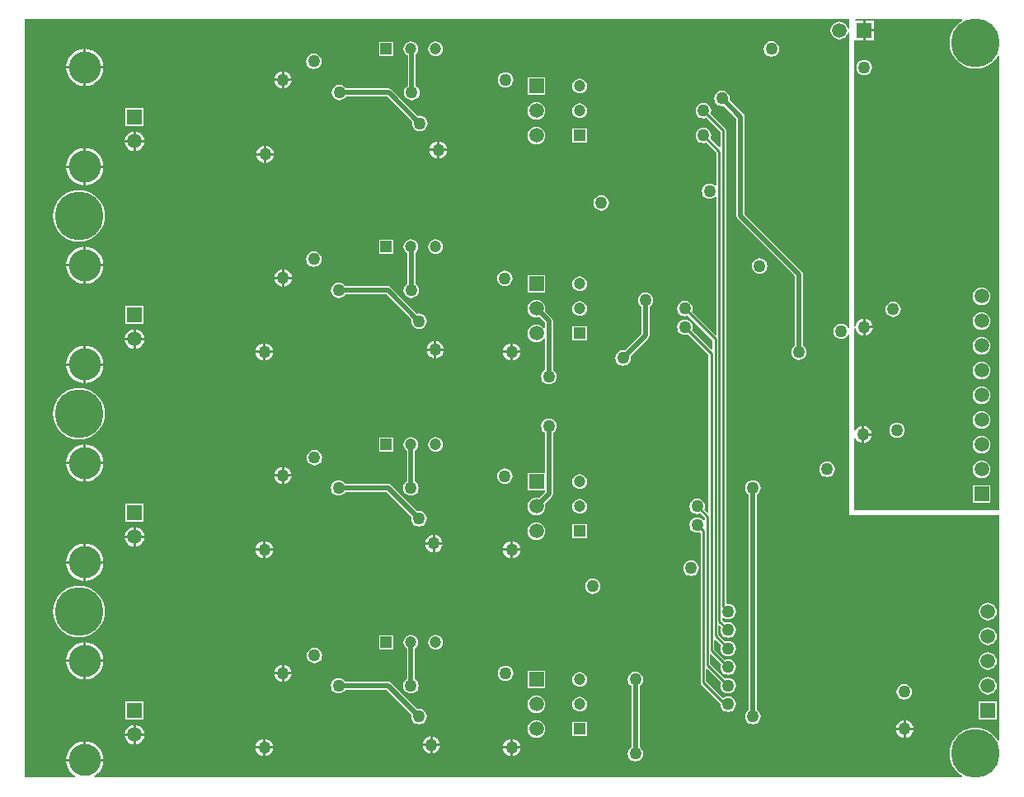
<source format=gbl>
G04 Layer_Physical_Order=4*
G04 Layer_Color=16711680*
%FSLAX25Y25*%
%MOIN*%
G70*
G01*
G75*
%ADD22C,0.01000*%
%ADD23C,0.02000*%
%ADD24R,0.04724X0.04724*%
%ADD25C,0.04724*%
%ADD26R,0.05906X0.05906*%
%ADD27C,0.05906*%
%ADD28C,0.12992*%
%ADD29R,0.04724X0.04724*%
%ADD30R,0.05906X0.05906*%
%ADD31C,0.05000*%
%ADD32C,0.19685*%
G36*
X482221Y409012D02*
X481343Y408474D01*
X480093Y407407D01*
X479026Y406157D01*
X478167Y404755D01*
X477538Y403237D01*
X477154Y401639D01*
X477025Y400000D01*
X477154Y398361D01*
X477538Y396763D01*
X478167Y395245D01*
X479026Y393843D01*
X480093Y392593D01*
X481343Y391526D01*
X482745Y390667D01*
X484263Y390038D01*
X485861Y389654D01*
X487500Y389525D01*
X489139Y389654D01*
X490737Y390038D01*
X492255Y390667D01*
X493657Y391526D01*
X494907Y392593D01*
X495974Y393843D01*
X496512Y394721D01*
X497012Y394580D01*
Y211000D01*
X438500D01*
Y239839D01*
X439000Y239938D01*
X439043Y239835D01*
X439604Y239104D01*
X440335Y238543D01*
X441186Y238190D01*
X441600Y238136D01*
Y241600D01*
Y245064D01*
X441186Y245010D01*
X440335Y244657D01*
X439604Y244096D01*
X439043Y243365D01*
X439000Y243262D01*
X438500Y243361D01*
Y284323D01*
X438678Y284749D01*
X439000Y284771D01*
X439004Y284743D01*
X439090Y284086D01*
X439443Y283235D01*
X440004Y282504D01*
X440735Y281943D01*
X441586Y281590D01*
X442000Y281536D01*
Y285000D01*
Y288464D01*
X441586Y288410D01*
X440735Y288057D01*
X440004Y287496D01*
X439443Y286765D01*
X439090Y285914D01*
X439004Y285257D01*
X439000Y285229D01*
X438678Y285251D01*
X438500Y285677D01*
Y400567D01*
X438547Y401047D01*
X439000Y401047D01*
X442000D01*
Y405000D01*
Y408953D01*
X439155Y408953D01*
X438929Y409453D01*
X438981Y409512D01*
X482080D01*
X482221Y409012D01*
D02*
G37*
G36*
X436500Y405666D02*
X436000Y405634D01*
X435961Y405927D01*
X435603Y406792D01*
X435034Y407534D01*
X434292Y408103D01*
X433427Y408461D01*
X432500Y408583D01*
X431572Y408461D01*
X430708Y408103D01*
X429966Y407534D01*
X429397Y406792D01*
X429039Y405927D01*
X428917Y405000D01*
X429039Y404073D01*
X429397Y403208D01*
X429966Y402466D01*
X430708Y401897D01*
X431572Y401539D01*
X432500Y401417D01*
X433427Y401539D01*
X434292Y401897D01*
X435034Y402466D01*
X435603Y403208D01*
X435961Y404073D01*
X436000Y404366D01*
X436500Y404334D01*
X436500Y284740D01*
X436000Y284641D01*
X435908Y284863D01*
X435411Y285511D01*
X434763Y286008D01*
X434009Y286320D01*
X433200Y286427D01*
X432391Y286320D01*
X431637Y286008D01*
X430989Y285511D01*
X430492Y284863D01*
X430180Y284109D01*
X430073Y283300D01*
X430180Y282491D01*
X430492Y281737D01*
X430989Y281089D01*
X431637Y280592D01*
X432391Y280280D01*
X433200Y280173D01*
X434009Y280280D01*
X434763Y280592D01*
X435411Y281089D01*
X435908Y281737D01*
X436000Y281959D01*
X436500Y281860D01*
Y209000D01*
X497012Y209000D01*
Y117920D01*
X496512Y117779D01*
X495974Y118657D01*
X494907Y119907D01*
X493657Y120974D01*
X492255Y121833D01*
X490737Y122462D01*
X489139Y122846D01*
X487500Y122975D01*
X485861Y122846D01*
X484263Y122462D01*
X482745Y121833D01*
X481343Y120974D01*
X480093Y119907D01*
X479026Y118657D01*
X478167Y117255D01*
X477538Y115737D01*
X477154Y114139D01*
X477025Y112500D01*
X477154Y110861D01*
X477538Y109263D01*
X478167Y107745D01*
X479026Y106343D01*
X480093Y105093D01*
X481343Y104026D01*
X482201Y103500D01*
X482060Y103000D01*
X131403D01*
X131282Y103485D01*
X131606Y103658D01*
X132747Y104595D01*
X133684Y105736D01*
X134380Y107039D01*
X134809Y108452D01*
X134904Y109421D01*
X119938D01*
X120034Y108452D01*
X120462Y107039D01*
X121158Y105736D01*
X122095Y104595D01*
X123237Y103658D01*
X123561Y103485D01*
X123439Y103000D01*
X102988D01*
Y409512D01*
X436500D01*
Y405666D01*
D02*
G37*
%LPC*%
G36*
X490000Y231083D02*
X489073Y230961D01*
X488208Y230603D01*
X487466Y230034D01*
X486897Y229292D01*
X486539Y228427D01*
X486417Y227500D01*
X486539Y226573D01*
X486897Y225708D01*
X487466Y224966D01*
X488208Y224397D01*
X489073Y224039D01*
X490000Y223917D01*
X490928Y224039D01*
X491792Y224397D01*
X492534Y224966D01*
X493103Y225708D01*
X493461Y226573D01*
X493583Y227500D01*
X493461Y228427D01*
X493103Y229292D01*
X492534Y230034D01*
X491792Y230603D01*
X490928Y230961D01*
X490000Y231083D01*
D02*
G37*
G36*
X445564Y241100D02*
X442600D01*
Y238136D01*
X443014Y238190D01*
X443865Y238543D01*
X444596Y239104D01*
X445157Y239835D01*
X445510Y240686D01*
X445564Y241100D01*
D02*
G37*
G36*
X490000Y241083D02*
X489073Y240961D01*
X488208Y240603D01*
X487466Y240034D01*
X486897Y239292D01*
X486539Y238427D01*
X486417Y237500D01*
X486539Y236573D01*
X486897Y235708D01*
X487466Y234966D01*
X488208Y234397D01*
X489073Y234039D01*
X490000Y233917D01*
X490928Y234039D01*
X491792Y234397D01*
X492534Y234966D01*
X493103Y235708D01*
X493461Y236573D01*
X493583Y237500D01*
X493461Y238427D01*
X493103Y239292D01*
X492534Y240034D01*
X491792Y240603D01*
X490928Y240961D01*
X490000Y241083D01*
D02*
G37*
G36*
X493553Y221053D02*
X486447D01*
Y213947D01*
X493553D01*
Y221053D01*
D02*
G37*
G36*
X442500Y393127D02*
X441691Y393020D01*
X440937Y392708D01*
X440289Y392211D01*
X439792Y391563D01*
X439480Y390809D01*
X439373Y390000D01*
X439480Y389191D01*
X439792Y388437D01*
X440289Y387789D01*
X440937Y387292D01*
X441691Y386980D01*
X442500Y386873D01*
X443309Y386980D01*
X444063Y387292D01*
X444711Y387789D01*
X445208Y388437D01*
X445520Y389191D01*
X445627Y390000D01*
X445520Y390809D01*
X445208Y391563D01*
X444711Y392211D01*
X444063Y392708D01*
X443309Y393020D01*
X442500Y393127D01*
D02*
G37*
G36*
X446453Y404500D02*
X443000D01*
Y401047D01*
X446453D01*
Y404500D01*
D02*
G37*
G36*
X443000Y408953D02*
Y405500D01*
X446453D01*
Y408953D01*
X443000D01*
D02*
G37*
G36*
X490000Y281083D02*
X489073Y280961D01*
X488208Y280603D01*
X487466Y280034D01*
X486897Y279292D01*
X486539Y278427D01*
X486417Y277500D01*
X486539Y276573D01*
X486897Y275708D01*
X487466Y274966D01*
X488208Y274397D01*
X489073Y274039D01*
X490000Y273917D01*
X490928Y274039D01*
X491792Y274397D01*
X492534Y274966D01*
X493103Y275708D01*
X493461Y276573D01*
X493583Y277500D01*
X493461Y278427D01*
X493103Y279292D01*
X492534Y280034D01*
X491792Y280603D01*
X490928Y280961D01*
X490000Y281083D01*
D02*
G37*
G36*
Y251083D02*
X489073Y250961D01*
X488208Y250603D01*
X487466Y250034D01*
X486897Y249292D01*
X486539Y248427D01*
X486417Y247500D01*
X486539Y246573D01*
X486897Y245708D01*
X487466Y244966D01*
X488208Y244397D01*
X489073Y244039D01*
X490000Y243917D01*
X490928Y244039D01*
X491792Y244397D01*
X492534Y244966D01*
X493103Y245708D01*
X493461Y246573D01*
X493583Y247500D01*
X493461Y248427D01*
X493103Y249292D01*
X492534Y250034D01*
X491792Y250603D01*
X490928Y250961D01*
X490000Y251083D01*
D02*
G37*
G36*
Y261083D02*
X489073Y260961D01*
X488208Y260603D01*
X487466Y260034D01*
X486897Y259292D01*
X486539Y258427D01*
X486417Y257500D01*
X486539Y256573D01*
X486897Y255708D01*
X487466Y254966D01*
X488208Y254397D01*
X489073Y254039D01*
X490000Y253917D01*
X490928Y254039D01*
X491792Y254397D01*
X492534Y254966D01*
X493103Y255708D01*
X493461Y256573D01*
X493583Y257500D01*
X493461Y258427D01*
X493103Y259292D01*
X492534Y260034D01*
X491792Y260603D01*
X490928Y260961D01*
X490000Y261083D01*
D02*
G37*
G36*
X455800Y246427D02*
X454991Y246320D01*
X454237Y246008D01*
X453589Y245511D01*
X453092Y244863D01*
X452780Y244109D01*
X452673Y243300D01*
X452780Y242491D01*
X453092Y241737D01*
X453589Y241089D01*
X454237Y240592D01*
X454991Y240280D01*
X455800Y240173D01*
X456609Y240280D01*
X457363Y240592D01*
X458011Y241089D01*
X458508Y241737D01*
X458820Y242491D01*
X458927Y243300D01*
X458820Y244109D01*
X458508Y244863D01*
X458011Y245511D01*
X457363Y246008D01*
X456609Y246320D01*
X455800Y246427D01*
D02*
G37*
G36*
X442600Y245064D02*
Y242100D01*
X445564D01*
X445510Y242514D01*
X445157Y243365D01*
X444596Y244096D01*
X443865Y244657D01*
X443014Y245010D01*
X442600Y245064D01*
D02*
G37*
G36*
X490000Y271083D02*
X489073Y270961D01*
X488208Y270603D01*
X487466Y270034D01*
X486897Y269292D01*
X486539Y268427D01*
X486417Y267500D01*
X486539Y266573D01*
X486897Y265708D01*
X487466Y264966D01*
X488208Y264397D01*
X489073Y264039D01*
X490000Y263917D01*
X490928Y264039D01*
X491792Y264397D01*
X492534Y264966D01*
X493103Y265708D01*
X493461Y266573D01*
X493583Y267500D01*
X493461Y268427D01*
X493103Y269292D01*
X492534Y270034D01*
X491792Y270603D01*
X490928Y270961D01*
X490000Y271083D01*
D02*
G37*
G36*
Y301083D02*
X489073Y300961D01*
X488208Y300603D01*
X487466Y300034D01*
X486897Y299292D01*
X486539Y298427D01*
X486417Y297500D01*
X486539Y296573D01*
X486897Y295708D01*
X487466Y294966D01*
X488208Y294397D01*
X489073Y294039D01*
X490000Y293917D01*
X490928Y294039D01*
X491792Y294397D01*
X492534Y294966D01*
X493103Y295708D01*
X493461Y296573D01*
X493583Y297500D01*
X493461Y298427D01*
X493103Y299292D01*
X492534Y300034D01*
X491792Y300603D01*
X490928Y300961D01*
X490000Y301083D01*
D02*
G37*
G36*
X445964Y284500D02*
X443000D01*
Y281536D01*
X443414Y281590D01*
X444265Y281943D01*
X444996Y282504D01*
X445557Y283235D01*
X445910Y284086D01*
X445964Y284500D01*
D02*
G37*
G36*
X443000Y288464D02*
Y285500D01*
X445964D01*
X445910Y285914D01*
X445557Y286765D01*
X444996Y287496D01*
X444265Y288057D01*
X443414Y288410D01*
X443000Y288464D01*
D02*
G37*
G36*
X454244Y295371D02*
X453435Y295264D01*
X452681Y294952D01*
X452033Y294455D01*
X451536Y293808D01*
X451224Y293053D01*
X451117Y292244D01*
X451224Y291435D01*
X451536Y290681D01*
X452033Y290033D01*
X452681Y289536D01*
X453435Y289224D01*
X454244Y289117D01*
X455053Y289224D01*
X455807Y289536D01*
X456455Y290033D01*
X456952Y290681D01*
X457264Y291435D01*
X457371Y292244D01*
X457264Y293053D01*
X456952Y293808D01*
X456455Y294455D01*
X455807Y294952D01*
X455053Y295264D01*
X454244Y295371D01*
D02*
G37*
G36*
X490000Y291083D02*
X489073Y290961D01*
X488208Y290603D01*
X487466Y290034D01*
X486897Y289292D01*
X486539Y288427D01*
X486417Y287500D01*
X486539Y286573D01*
X486897Y285708D01*
X487466Y284966D01*
X488208Y284397D01*
X489073Y284039D01*
X490000Y283917D01*
X490928Y284039D01*
X491792Y284397D01*
X492534Y284966D01*
X493103Y285708D01*
X493461Y286573D01*
X493583Y287500D01*
X493461Y288427D01*
X493103Y289292D01*
X492534Y290034D01*
X491792Y290603D01*
X490928Y290961D01*
X490000Y291083D01*
D02*
G37*
G36*
X299500Y198464D02*
X299086Y198410D01*
X298235Y198057D01*
X297504Y197496D01*
X296943Y196765D01*
X296590Y195914D01*
X296536Y195500D01*
X299500D01*
Y198464D01*
D02*
G37*
G36*
X300500D02*
Y195500D01*
X303464D01*
X303410Y195914D01*
X303057Y196765D01*
X302496Y197496D01*
X301765Y198057D01*
X300914Y198410D01*
X300500Y198464D01*
D02*
G37*
G36*
X200500Y198464D02*
Y195500D01*
X203464D01*
X203410Y195914D01*
X203057Y196765D01*
X202496Y197496D01*
X201765Y198057D01*
X200914Y198410D01*
X200500Y198464D01*
D02*
G37*
G36*
X272008Y197000D02*
X269043D01*
Y194036D01*
X269457Y194090D01*
X270308Y194443D01*
X271040Y195004D01*
X271601Y195735D01*
X271953Y196586D01*
X272008Y197000D01*
D02*
G37*
G36*
X199500Y198464D02*
X199086Y198410D01*
X198235Y198057D01*
X197504Y197496D01*
X196943Y196765D01*
X196590Y195914D01*
X196536Y195500D01*
X199500D01*
Y198464D01*
D02*
G37*
G36*
X147000Y199657D02*
X143579D01*
X143649Y199126D01*
X144047Y198164D01*
X144681Y197338D01*
X145507Y196705D01*
X146468Y196307D01*
X147000Y196236D01*
Y199657D01*
D02*
G37*
G36*
X269043Y200964D02*
Y198000D01*
X272008D01*
X271953Y198414D01*
X271601Y199265D01*
X271040Y199996D01*
X270308Y200557D01*
X269457Y200910D01*
X269043Y200964D01*
D02*
G37*
G36*
X310000Y206083D02*
X309073Y205961D01*
X308208Y205603D01*
X307466Y205034D01*
X306897Y204292D01*
X306539Y203427D01*
X306417Y202500D01*
X306539Y201573D01*
X306897Y200708D01*
X307466Y199966D01*
X308208Y199397D01*
X309073Y199039D01*
X310000Y198917D01*
X310927Y199039D01*
X311792Y199397D01*
X312534Y199966D01*
X313103Y200708D01*
X313461Y201573D01*
X313583Y202500D01*
X313461Y203427D01*
X313103Y204292D01*
X312534Y205034D01*
X311792Y205603D01*
X310927Y205961D01*
X310000Y206083D01*
D02*
G37*
G36*
X268043Y200964D02*
X267630Y200910D01*
X266778Y200557D01*
X266047Y199996D01*
X265486Y199265D01*
X265133Y198414D01*
X265079Y198000D01*
X268043D01*
Y200964D01*
D02*
G37*
G36*
X330462Y205462D02*
X324538D01*
Y199538D01*
X330462D01*
Y205462D01*
D02*
G37*
G36*
X151421Y199657D02*
X148000D01*
Y196236D01*
X148532Y196307D01*
X149493Y196705D01*
X150319Y197338D01*
X150953Y198164D01*
X151351Y199126D01*
X151421Y199657D01*
D02*
G37*
G36*
X268043Y197000D02*
X265079D01*
X265133Y196586D01*
X265486Y195735D01*
X266047Y195004D01*
X266778Y194443D01*
X267630Y194090D01*
X268043Y194036D01*
Y197000D01*
D02*
G37*
G36*
X126921Y189421D02*
X119938D01*
X120034Y188452D01*
X120462Y187039D01*
X121158Y185737D01*
X122095Y184595D01*
X123237Y183658D01*
X124539Y182962D01*
X125952Y182534D01*
X126921Y182438D01*
Y189421D01*
D02*
G37*
G36*
X134904D02*
X127921D01*
Y182438D01*
X128891Y182534D01*
X130304Y182962D01*
X131606Y183658D01*
X132747Y184595D01*
X133684Y185737D01*
X134380Y187039D01*
X134809Y188452D01*
X134904Y189421D01*
D02*
G37*
G36*
X372500Y190627D02*
X371691Y190520D01*
X370937Y190208D01*
X370289Y189711D01*
X369792Y189063D01*
X369480Y188309D01*
X369373Y187500D01*
X369480Y186691D01*
X369792Y185937D01*
X370289Y185289D01*
X370937Y184792D01*
X371691Y184480D01*
X372500Y184373D01*
X373309Y184480D01*
X374063Y184792D01*
X374711Y185289D01*
X375208Y185937D01*
X375520Y186691D01*
X375627Y187500D01*
X375520Y188309D01*
X375208Y189063D01*
X374711Y189711D01*
X374063Y190208D01*
X373309Y190520D01*
X372500Y190627D01*
D02*
G37*
G36*
X125000Y180475D02*
X123361Y180346D01*
X121763Y179962D01*
X120245Y179333D01*
X118843Y178474D01*
X117593Y177407D01*
X116526Y176157D01*
X115667Y174756D01*
X115038Y173237D01*
X114654Y171639D01*
X114525Y170000D01*
X114654Y168361D01*
X115038Y166763D01*
X115667Y165244D01*
X116526Y163843D01*
X117593Y162593D01*
X118843Y161526D01*
X120245Y160667D01*
X121763Y160038D01*
X123361Y159654D01*
X125000Y159525D01*
X126639Y159654D01*
X128237Y160038D01*
X129755Y160667D01*
X131157Y161526D01*
X132407Y162593D01*
X133474Y163843D01*
X134333Y165244D01*
X134962Y166763D01*
X135346Y168361D01*
X135475Y170000D01*
X135346Y171639D01*
X134962Y173237D01*
X134333Y174756D01*
X133474Y176157D01*
X132407Y177407D01*
X131157Y178474D01*
X129755Y179333D01*
X128237Y179962D01*
X126639Y180346D01*
X125000Y180475D01*
D02*
G37*
G36*
X492500Y173583D02*
X491573Y173461D01*
X490708Y173103D01*
X489966Y172534D01*
X489397Y171792D01*
X489039Y170927D01*
X488917Y170000D01*
X489039Y169073D01*
X489397Y168208D01*
X489966Y167466D01*
X490708Y166897D01*
X491573Y166539D01*
X492500Y166417D01*
X493428Y166539D01*
X494292Y166897D01*
X495034Y167466D01*
X495603Y168208D01*
X495961Y169073D01*
X496083Y170000D01*
X495961Y170927D01*
X495603Y171792D01*
X495034Y172534D01*
X494292Y173103D01*
X493428Y173461D01*
X492500Y173583D01*
D02*
G37*
G36*
X332756Y183383D02*
X331947Y183276D01*
X331192Y182964D01*
X330545Y182467D01*
X330048Y181819D01*
X329736Y181065D01*
X329629Y180256D01*
X329736Y179447D01*
X330048Y178692D01*
X330545Y178045D01*
X331192Y177548D01*
X331947Y177236D01*
X332756Y177129D01*
X333565Y177236D01*
X334319Y177548D01*
X334967Y178045D01*
X335464Y178692D01*
X335776Y179447D01*
X335883Y180256D01*
X335776Y181065D01*
X335464Y181819D01*
X334967Y182467D01*
X334319Y182964D01*
X333565Y183276D01*
X332756Y183383D01*
D02*
G37*
G36*
X203464Y194500D02*
X200500D01*
Y191536D01*
X200914Y191590D01*
X201765Y191943D01*
X202496Y192504D01*
X203057Y193235D01*
X203410Y194086D01*
X203464Y194500D01*
D02*
G37*
G36*
X299500Y194500D02*
X296536D01*
X296590Y194086D01*
X296943Y193235D01*
X297504Y192504D01*
X298235Y191943D01*
X299086Y191590D01*
X299500Y191536D01*
Y194500D01*
D02*
G37*
G36*
X303464D02*
X300500D01*
Y191536D01*
X300914Y191590D01*
X301765Y191943D01*
X302496Y192504D01*
X303057Y193235D01*
X303410Y194086D01*
X303464Y194500D01*
D02*
G37*
G36*
X126921Y197404D02*
X125952Y197309D01*
X124539Y196880D01*
X123237Y196184D01*
X122095Y195247D01*
X121158Y194106D01*
X120462Y192804D01*
X120034Y191391D01*
X119938Y190421D01*
X126921D01*
Y197404D01*
D02*
G37*
G36*
X127921D02*
Y190421D01*
X134904D01*
X134809Y191391D01*
X134380Y192804D01*
X133684Y194106D01*
X132747Y195247D01*
X131606Y196184D01*
X130304Y196880D01*
X128891Y197309D01*
X127921Y197404D01*
D02*
G37*
G36*
X199500Y194500D02*
X196536D01*
X196590Y194086D01*
X196943Y193235D01*
X197504Y192504D01*
X198235Y191943D01*
X199086Y191590D01*
X199500Y191536D01*
Y194500D01*
D02*
G37*
G36*
X207000Y228464D02*
X206586Y228410D01*
X205735Y228057D01*
X205004Y227496D01*
X204443Y226765D01*
X204090Y225914D01*
X204036Y225500D01*
X207000D01*
Y228464D01*
D02*
G37*
G36*
X208000D02*
Y225500D01*
X210964D01*
X210910Y225914D01*
X210557Y226765D01*
X209996Y227496D01*
X209265Y228057D01*
X208414Y228410D01*
X208000Y228464D01*
D02*
G37*
G36*
X220256Y235371D02*
X219447Y235264D01*
X218692Y234952D01*
X218045Y234455D01*
X217548Y233807D01*
X217236Y233053D01*
X217129Y232244D01*
X217236Y231435D01*
X217548Y230681D01*
X218045Y230033D01*
X218692Y229536D01*
X219447Y229224D01*
X220256Y229117D01*
X221065Y229224D01*
X221819Y229536D01*
X222467Y230033D01*
X222964Y230681D01*
X223276Y231435D01*
X223383Y232244D01*
X223276Y233053D01*
X222964Y233807D01*
X222467Y234455D01*
X221819Y234952D01*
X221065Y235264D01*
X220256Y235371D01*
D02*
G37*
G36*
X134904Y229579D02*
X127921D01*
Y222596D01*
X128891Y222691D01*
X130304Y223120D01*
X131606Y223816D01*
X132747Y224753D01*
X133684Y225894D01*
X134380Y227196D01*
X134809Y228609D01*
X134904Y229579D01*
D02*
G37*
G36*
X427500Y230627D02*
X426691Y230520D01*
X425937Y230208D01*
X425289Y229711D01*
X424792Y229063D01*
X424480Y228309D01*
X424373Y227500D01*
X424480Y226691D01*
X424792Y225937D01*
X425289Y225289D01*
X425937Y224792D01*
X426691Y224480D01*
X427500Y224373D01*
X428309Y224480D01*
X429063Y224792D01*
X429711Y225289D01*
X430208Y225937D01*
X430520Y226691D01*
X430627Y227500D01*
X430520Y228309D01*
X430208Y229063D01*
X429711Y229711D01*
X429063Y230208D01*
X428309Y230520D01*
X427500Y230627D01*
D02*
G37*
G36*
X269272Y240488D02*
X268498Y240386D01*
X267778Y240088D01*
X267159Y239613D01*
X266684Y238994D01*
X266386Y238273D01*
X266284Y237500D01*
X266386Y236727D01*
X266684Y236006D01*
X267159Y235387D01*
X267778Y234912D01*
X268498Y234614D01*
X269272Y234512D01*
X270045Y234614D01*
X270765Y234912D01*
X271384Y235387D01*
X271859Y236006D01*
X272158Y236727D01*
X272259Y237500D01*
X272158Y238273D01*
X271859Y238994D01*
X271384Y239613D01*
X270765Y240088D01*
X270045Y240386D01*
X269272Y240488D01*
D02*
G37*
G36*
X252234Y240462D02*
X246309D01*
Y234538D01*
X252234D01*
Y240462D01*
D02*
G37*
G36*
X126921Y237562D02*
X125952Y237466D01*
X124539Y237038D01*
X123237Y236342D01*
X122095Y235405D01*
X121158Y234263D01*
X120462Y232961D01*
X120034Y231548D01*
X119938Y230579D01*
X126921D01*
Y237562D01*
D02*
G37*
G36*
X127921D02*
Y230579D01*
X134904D01*
X134809Y231548D01*
X134380Y232961D01*
X133684Y234263D01*
X132747Y235405D01*
X131606Y236342D01*
X130304Y237038D01*
X128891Y237466D01*
X127921Y237562D01*
D02*
G37*
G36*
X126921Y229579D02*
X119938D01*
X120034Y228609D01*
X120462Y227196D01*
X121158Y225894D01*
X122095Y224753D01*
X123237Y223816D01*
X124539Y223120D01*
X125952Y222691D01*
X126921Y222596D01*
Y229579D01*
D02*
G37*
G36*
X151053Y213553D02*
X143947D01*
Y206447D01*
X151053D01*
Y213553D01*
D02*
G37*
G36*
X327500Y215488D02*
X326727Y215386D01*
X326006Y215088D01*
X325387Y214613D01*
X324913Y213994D01*
X324614Y213273D01*
X324512Y212500D01*
X324614Y211727D01*
X324913Y211006D01*
X325387Y210387D01*
X326006Y209912D01*
X326727Y209614D01*
X327500Y209512D01*
X328273Y209614D01*
X328994Y209912D01*
X329613Y210387D01*
X330087Y211006D01*
X330386Y211727D01*
X330488Y212500D01*
X330386Y213273D01*
X330087Y213994D01*
X329613Y214613D01*
X328994Y215088D01*
X328273Y215386D01*
X327500Y215488D01*
D02*
G37*
G36*
X147000Y204079D02*
X146468Y204009D01*
X145507Y203610D01*
X144681Y202977D01*
X144047Y202151D01*
X143649Y201189D01*
X143579Y200658D01*
X147000D01*
Y204079D01*
D02*
G37*
G36*
X148000D02*
Y200658D01*
X151421D01*
X151351Y201189D01*
X150953Y202151D01*
X150319Y202977D01*
X149493Y203610D01*
X148532Y204009D01*
X148000Y204079D01*
D02*
G37*
G36*
X230000Y223127D02*
X229191Y223020D01*
X228437Y222708D01*
X227789Y222211D01*
X227292Y221563D01*
X226980Y220809D01*
X226873Y220000D01*
X226980Y219191D01*
X227292Y218437D01*
X227789Y217789D01*
X228437Y217292D01*
X229191Y216980D01*
X230000Y216873D01*
X230809Y216980D01*
X231563Y217292D01*
X232211Y217789D01*
X232656Y218369D01*
X249324D01*
X259469Y208224D01*
X259373Y207500D01*
X259480Y206691D01*
X259792Y205937D01*
X260289Y205289D01*
X260937Y204792D01*
X261691Y204480D01*
X262500Y204373D01*
X263309Y204480D01*
X264063Y204792D01*
X264711Y205289D01*
X265208Y205937D01*
X265520Y206691D01*
X265627Y207500D01*
X265520Y208309D01*
X265208Y209063D01*
X264711Y209711D01*
X264063Y210208D01*
X263309Y210520D01*
X262500Y210627D01*
X261776Y210531D01*
X251153Y221153D01*
X250624Y221507D01*
X250000Y221631D01*
X232656D01*
X232211Y222211D01*
X231563Y222708D01*
X230809Y223020D01*
X230000Y223127D01*
D02*
G37*
G36*
X207000Y224500D02*
X204036D01*
X204090Y224086D01*
X204443Y223235D01*
X205004Y222504D01*
X205735Y221943D01*
X206586Y221590D01*
X207000Y221536D01*
Y224500D01*
D02*
G37*
G36*
X210964D02*
X208000D01*
Y221536D01*
X208414Y221590D01*
X209265Y221943D01*
X209996Y222504D01*
X210557Y223235D01*
X210910Y224086D01*
X210964Y224500D01*
D02*
G37*
G36*
X297244Y227871D02*
X296435Y227764D01*
X295681Y227452D01*
X295033Y226955D01*
X294536Y226308D01*
X294224Y225553D01*
X294117Y224744D01*
X294224Y223935D01*
X294536Y223181D01*
X295033Y222533D01*
X295681Y222036D01*
X296435Y221724D01*
X297244Y221617D01*
X298053Y221724D01*
X298808Y222036D01*
X299455Y222533D01*
X299952Y223181D01*
X300264Y223935D01*
X300371Y224744D01*
X300264Y225553D01*
X299952Y226308D01*
X299455Y226955D01*
X298808Y227452D01*
X298053Y227764D01*
X297244Y227871D01*
D02*
G37*
G36*
X315000Y248127D02*
X314191Y248020D01*
X313437Y247708D01*
X312789Y247211D01*
X312292Y246563D01*
X311980Y245809D01*
X311873Y245000D01*
X311980Y244191D01*
X312292Y243437D01*
X312789Y242789D01*
X313369Y242344D01*
Y226053D01*
X306447D01*
Y218947D01*
X313369D01*
Y218176D01*
X311088Y215895D01*
X310927Y215961D01*
X310000Y216083D01*
X309073Y215961D01*
X308208Y215603D01*
X307466Y215034D01*
X306897Y214292D01*
X306539Y213427D01*
X306417Y212500D01*
X306539Y211573D01*
X306897Y210708D01*
X307466Y209966D01*
X308208Y209397D01*
X309073Y209039D01*
X310000Y208917D01*
X310927Y209039D01*
X311792Y209397D01*
X312534Y209966D01*
X313103Y210708D01*
X313461Y211573D01*
X313583Y212500D01*
X313461Y213427D01*
X313395Y213588D01*
X316154Y216347D01*
X316507Y216876D01*
X316631Y217500D01*
Y242344D01*
X317211Y242789D01*
X317708Y243437D01*
X318020Y244191D01*
X318127Y245000D01*
X318020Y245809D01*
X317708Y246563D01*
X317211Y247211D01*
X316563Y247708D01*
X315809Y248020D01*
X315000Y248127D01*
D02*
G37*
G36*
X259272Y240488D02*
X258498Y240386D01*
X257778Y240088D01*
X257159Y239613D01*
X256684Y238994D01*
X256386Y238273D01*
X256284Y237500D01*
X256386Y236727D01*
X256684Y236006D01*
X257159Y235387D01*
X257640Y235018D01*
Y222656D01*
X257061Y222211D01*
X256564Y221563D01*
X256251Y220809D01*
X256145Y220000D01*
X256251Y219191D01*
X256564Y218437D01*
X257061Y217789D01*
X257708Y217292D01*
X258462Y216980D01*
X259272Y216873D01*
X260081Y216980D01*
X260835Y217292D01*
X261483Y217789D01*
X261979Y218437D01*
X262292Y219191D01*
X262398Y220000D01*
X262292Y220809D01*
X261979Y221563D01*
X261483Y222211D01*
X260903Y222656D01*
Y235018D01*
X261384Y235387D01*
X261859Y236006D01*
X262158Y236727D01*
X262259Y237500D01*
X262158Y238273D01*
X261859Y238994D01*
X261384Y239613D01*
X260766Y240088D01*
X260045Y240386D01*
X259272Y240488D01*
D02*
G37*
G36*
X327500Y225488D02*
X326727Y225386D01*
X326006Y225087D01*
X325387Y224613D01*
X324913Y223994D01*
X324614Y223273D01*
X324512Y222500D01*
X324614Y221727D01*
X324913Y221006D01*
X325387Y220387D01*
X326006Y219913D01*
X326727Y219614D01*
X327500Y219512D01*
X328273Y219614D01*
X328994Y219913D01*
X329613Y220387D01*
X330087Y221006D01*
X330386Y221727D01*
X330488Y222500D01*
X330386Y223273D01*
X330087Y223994D01*
X329613Y224613D01*
X328994Y225087D01*
X328273Y225386D01*
X327500Y225488D01*
D02*
G37*
G36*
X268000Y119508D02*
Y116543D01*
X270964D01*
X270910Y116957D01*
X270557Y117808D01*
X269996Y118540D01*
X269265Y119100D01*
X268414Y119453D01*
X268000Y119508D01*
D02*
G37*
G36*
X310000Y126083D02*
X309073Y125961D01*
X308208Y125603D01*
X307466Y125034D01*
X306897Y124292D01*
X306539Y123427D01*
X306417Y122500D01*
X306539Y121573D01*
X306897Y120708D01*
X307466Y119966D01*
X308208Y119397D01*
X309073Y119039D01*
X310000Y118917D01*
X310927Y119039D01*
X311792Y119397D01*
X312534Y119966D01*
X313103Y120708D01*
X313461Y121573D01*
X313583Y122500D01*
X313461Y123427D01*
X313103Y124292D01*
X312534Y125034D01*
X311792Y125603D01*
X310927Y125961D01*
X310000Y126083D01*
D02*
G37*
G36*
X458400Y122000D02*
X455436D01*
X455490Y121586D01*
X455843Y120735D01*
X456404Y120004D01*
X457135Y119443D01*
X457986Y119090D01*
X458400Y119036D01*
Y122000D01*
D02*
G37*
G36*
X147000Y119658D02*
X143579D01*
X143649Y119126D01*
X144047Y118164D01*
X144681Y117338D01*
X145507Y116705D01*
X146468Y116306D01*
X147000Y116236D01*
Y119658D01*
D02*
G37*
G36*
X151421D02*
X148000D01*
Y116236D01*
X148532Y116306D01*
X149493Y116705D01*
X150319Y117338D01*
X150953Y118164D01*
X151351Y119126D01*
X151421Y119658D01*
D02*
G37*
G36*
X267000Y119508D02*
X266586Y119453D01*
X265735Y119100D01*
X265004Y118540D01*
X264443Y117808D01*
X264090Y116957D01*
X264036Y116543D01*
X267000D01*
Y119508D01*
D02*
G37*
G36*
X148000Y124079D02*
Y120658D01*
X151421D01*
X151351Y121189D01*
X150953Y122151D01*
X150319Y122977D01*
X149493Y123610D01*
X148532Y124009D01*
X148000Y124079D01*
D02*
G37*
G36*
X458400Y125964D02*
X457986Y125910D01*
X457135Y125557D01*
X456404Y124996D01*
X455843Y124265D01*
X455490Y123414D01*
X455436Y123000D01*
X458400D01*
Y125964D01*
D02*
G37*
G36*
X459400D02*
Y123000D01*
X462364D01*
X462310Y123414D01*
X461957Y124265D01*
X461396Y124996D01*
X460665Y125557D01*
X459814Y125910D01*
X459400Y125964D01*
D02*
G37*
G36*
X462364Y122000D02*
X459400D01*
Y119036D01*
X459814Y119090D01*
X460665Y119443D01*
X461396Y120004D01*
X461957Y120735D01*
X462310Y121586D01*
X462364Y122000D01*
D02*
G37*
G36*
X330462Y125462D02*
X324538D01*
Y119538D01*
X330462D01*
Y125462D01*
D02*
G37*
G36*
X147000Y124079D02*
X146468Y124009D01*
X145507Y123610D01*
X144681Y122977D01*
X144047Y122151D01*
X143649Y121189D01*
X143579Y120658D01*
X147000D01*
Y124079D01*
D02*
G37*
G36*
X300500Y118464D02*
Y115500D01*
X303464D01*
X303410Y115914D01*
X303057Y116765D01*
X302496Y117496D01*
X301765Y118057D01*
X300914Y118410D01*
X300500Y118464D01*
D02*
G37*
G36*
X199500Y114500D02*
X196536D01*
X196590Y114086D01*
X196943Y113235D01*
X197504Y112504D01*
X198235Y111943D01*
X199086Y111590D01*
X199500Y111536D01*
Y114500D01*
D02*
G37*
G36*
X203464D02*
X200500D01*
Y111536D01*
X200914Y111590D01*
X201765Y111943D01*
X202496Y112504D01*
X203057Y113235D01*
X203410Y114086D01*
X203464Y114500D01*
D02*
G37*
G36*
X299500Y114500D02*
X296536D01*
X296590Y114086D01*
X296943Y113235D01*
X297504Y112504D01*
X298235Y111943D01*
X299086Y111590D01*
X299500Y111536D01*
Y114500D01*
D02*
G37*
G36*
X350000Y145627D02*
X349191Y145520D01*
X348437Y145208D01*
X347789Y144711D01*
X347292Y144063D01*
X346980Y143309D01*
X346873Y142500D01*
X346980Y141691D01*
X347292Y140937D01*
X347789Y140289D01*
X348369Y139844D01*
Y115156D01*
X347789Y114711D01*
X347292Y114063D01*
X346980Y113309D01*
X346873Y112500D01*
X346980Y111691D01*
X347292Y110937D01*
X347789Y110289D01*
X348437Y109792D01*
X349191Y109480D01*
X350000Y109373D01*
X350809Y109480D01*
X351563Y109792D01*
X352211Y110289D01*
X352708Y110937D01*
X353020Y111691D01*
X353127Y112500D01*
X353020Y113309D01*
X352708Y114063D01*
X352211Y114711D01*
X351631Y115156D01*
Y139844D01*
X352211Y140289D01*
X352708Y140937D01*
X353020Y141691D01*
X353127Y142500D01*
X353020Y143309D01*
X352708Y144063D01*
X352211Y144711D01*
X351563Y145208D01*
X350809Y145520D01*
X350000Y145627D01*
D02*
G37*
G36*
X126921Y117404D02*
X125952Y117309D01*
X124539Y116880D01*
X123237Y116184D01*
X122095Y115247D01*
X121158Y114106D01*
X120462Y112804D01*
X120034Y111391D01*
X119938Y110421D01*
X126921D01*
Y117404D01*
D02*
G37*
G36*
X127921D02*
Y110421D01*
X134904D01*
X134809Y111391D01*
X134380Y112804D01*
X133684Y114106D01*
X132747Y115247D01*
X131606Y116184D01*
X130304Y116880D01*
X128891Y117309D01*
X127921Y117404D01*
D02*
G37*
G36*
X199500Y118464D02*
X199086Y118410D01*
X198235Y118057D01*
X197504Y117496D01*
X196943Y116765D01*
X196590Y115914D01*
X196536Y115500D01*
X199500D01*
Y118464D01*
D02*
G37*
G36*
X200500D02*
Y115500D01*
X203464D01*
X203410Y115914D01*
X203057Y116765D01*
X202496Y117496D01*
X201765Y118057D01*
X200914Y118410D01*
X200500Y118464D01*
D02*
G37*
G36*
X299500Y118464D02*
X299086Y118410D01*
X298235Y118057D01*
X297504Y117496D01*
X296943Y116765D01*
X296590Y115914D01*
X296536Y115500D01*
X299500D01*
Y118464D01*
D02*
G37*
G36*
X303464Y114500D02*
X300500D01*
Y111536D01*
X300914Y111590D01*
X301765Y111943D01*
X302496Y112504D01*
X303057Y113235D01*
X303410Y114086D01*
X303464Y114500D01*
D02*
G37*
G36*
X267000Y115543D02*
X264036D01*
X264090Y115130D01*
X264443Y114278D01*
X265004Y113547D01*
X265735Y112986D01*
X266586Y112633D01*
X267000Y112579D01*
Y115543D01*
D02*
G37*
G36*
X270964D02*
X268000D01*
Y112579D01*
X268414Y112633D01*
X269265Y112986D01*
X269996Y113547D01*
X270557Y114278D01*
X270910Y115130D01*
X270964Y115543D01*
D02*
G37*
G36*
X207000Y148464D02*
X206586Y148410D01*
X205735Y148057D01*
X205004Y147496D01*
X204443Y146765D01*
X204090Y145914D01*
X204036Y145500D01*
X207000D01*
Y148464D01*
D02*
G37*
G36*
X208000D02*
Y145500D01*
X210964D01*
X210910Y145914D01*
X210557Y146765D01*
X209996Y147496D01*
X209265Y148057D01*
X208414Y148410D01*
X208000Y148464D01*
D02*
G37*
G36*
X492500Y153583D02*
X491573Y153461D01*
X490708Y153103D01*
X489966Y152534D01*
X489397Y151792D01*
X489039Y150927D01*
X488917Y150000D01*
X489039Y149073D01*
X489397Y148208D01*
X489966Y147466D01*
X490708Y146897D01*
X491573Y146539D01*
X492500Y146417D01*
X493428Y146539D01*
X494292Y146897D01*
X495034Y147466D01*
X495603Y148208D01*
X495961Y149073D01*
X496083Y150000D01*
X495961Y150927D01*
X495603Y151792D01*
X495034Y152534D01*
X494292Y153103D01*
X493428Y153461D01*
X492500Y153583D01*
D02*
G37*
G36*
X297500Y148127D02*
X296691Y148020D01*
X295937Y147708D01*
X295289Y147211D01*
X294792Y146563D01*
X294480Y145809D01*
X294373Y145000D01*
X294480Y144191D01*
X294792Y143437D01*
X295289Y142789D01*
X295937Y142292D01*
X296691Y141980D01*
X297500Y141873D01*
X298309Y141980D01*
X299063Y142292D01*
X299711Y142789D01*
X300208Y143437D01*
X300520Y144191D01*
X300627Y145000D01*
X300520Y145809D01*
X300208Y146563D01*
X299711Y147211D01*
X299063Y147708D01*
X298309Y148020D01*
X297500Y148127D01*
D02*
G37*
G36*
X126921Y149579D02*
X119938D01*
X120034Y148609D01*
X120462Y147196D01*
X121158Y145894D01*
X122095Y144753D01*
X123237Y143816D01*
X124539Y143120D01*
X125952Y142691D01*
X126921Y142596D01*
Y149579D01*
D02*
G37*
G36*
X134904D02*
X127921D01*
Y142596D01*
X128891Y142691D01*
X130304Y143120D01*
X131606Y143816D01*
X132747Y144753D01*
X133684Y145894D01*
X134380Y147196D01*
X134809Y148609D01*
X134904Y149579D01*
D02*
G37*
G36*
X269272Y160488D02*
X268498Y160386D01*
X267778Y160088D01*
X267159Y159613D01*
X266684Y158994D01*
X266386Y158273D01*
X266284Y157500D01*
X266386Y156727D01*
X266684Y156006D01*
X267159Y155387D01*
X267778Y154912D01*
X268498Y154614D01*
X269272Y154512D01*
X270045Y154614D01*
X270765Y154912D01*
X271384Y155387D01*
X271859Y156006D01*
X272158Y156727D01*
X272259Y157500D01*
X272158Y158273D01*
X271859Y158994D01*
X271384Y159613D01*
X270765Y160088D01*
X270045Y160386D01*
X269272Y160488D01*
D02*
G37*
G36*
X252234Y160462D02*
X246309D01*
Y154538D01*
X252234D01*
Y160462D01*
D02*
G37*
G36*
X492500Y163583D02*
X491573Y163461D01*
X490708Y163103D01*
X489966Y162534D01*
X489397Y161792D01*
X489039Y160927D01*
X488917Y160000D01*
X489039Y159073D01*
X489397Y158208D01*
X489966Y157466D01*
X490708Y156897D01*
X491573Y156539D01*
X492500Y156417D01*
X493428Y156539D01*
X494292Y156897D01*
X495034Y157466D01*
X495603Y158208D01*
X495961Y159073D01*
X496083Y160000D01*
X495961Y160927D01*
X495603Y161792D01*
X495034Y162534D01*
X494292Y163103D01*
X493428Y163461D01*
X492500Y163583D01*
D02*
G37*
G36*
X220256Y155371D02*
X219447Y155264D01*
X218692Y154952D01*
X218045Y154455D01*
X217548Y153807D01*
X217236Y153053D01*
X217129Y152244D01*
X217236Y151435D01*
X217548Y150681D01*
X218045Y150033D01*
X218692Y149536D01*
X219447Y149224D01*
X220256Y149117D01*
X221065Y149224D01*
X221819Y149536D01*
X222467Y150033D01*
X222964Y150681D01*
X223276Y151435D01*
X223383Y152244D01*
X223276Y153053D01*
X222964Y153807D01*
X222467Y154455D01*
X221819Y154952D01*
X221065Y155264D01*
X220256Y155371D01*
D02*
G37*
G36*
X126921Y157562D02*
X125952Y157466D01*
X124539Y157038D01*
X123237Y156342D01*
X122095Y155405D01*
X121158Y154263D01*
X120462Y152961D01*
X120034Y151548D01*
X119938Y150579D01*
X126921D01*
Y157562D01*
D02*
G37*
G36*
X127921D02*
Y150579D01*
X134904D01*
X134809Y151548D01*
X134380Y152961D01*
X133684Y154263D01*
X132747Y155405D01*
X131606Y156342D01*
X130304Y157038D01*
X128891Y157466D01*
X127921Y157562D01*
D02*
G37*
G36*
X210964Y144500D02*
X208000D01*
Y141536D01*
X208414Y141590D01*
X209265Y141943D01*
X209996Y142504D01*
X210557Y143235D01*
X210910Y144086D01*
X210964Y144500D01*
D02*
G37*
G36*
X496053Y133553D02*
X488947D01*
Y126447D01*
X496053D01*
Y133553D01*
D02*
G37*
G36*
X310000Y136083D02*
X309073Y135961D01*
X308208Y135603D01*
X307466Y135034D01*
X306897Y134292D01*
X306539Y133427D01*
X306417Y132500D01*
X306539Y131573D01*
X306897Y130708D01*
X307466Y129966D01*
X308208Y129397D01*
X309073Y129039D01*
X310000Y128917D01*
X310927Y129039D01*
X311792Y129397D01*
X312534Y129966D01*
X313103Y130708D01*
X313461Y131573D01*
X313583Y132500D01*
X313461Y133427D01*
X313103Y134292D01*
X312534Y135034D01*
X311792Y135603D01*
X310927Y135961D01*
X310000Y136083D01*
D02*
G37*
G36*
X327500Y135488D02*
X326727Y135386D01*
X326006Y135088D01*
X325387Y134613D01*
X324913Y133994D01*
X324614Y133273D01*
X324512Y132500D01*
X324614Y131727D01*
X324913Y131006D01*
X325387Y130387D01*
X326006Y129912D01*
X326727Y129614D01*
X327500Y129512D01*
X328273Y129614D01*
X328994Y129912D01*
X329613Y130387D01*
X330087Y131006D01*
X330386Y131727D01*
X330488Y132500D01*
X330386Y133273D01*
X330087Y133994D01*
X329613Y134613D01*
X328994Y135088D01*
X328273Y135386D01*
X327500Y135488D01*
D02*
G37*
G36*
X230000Y143127D02*
X229191Y143020D01*
X228437Y142708D01*
X227789Y142211D01*
X227292Y141563D01*
X226980Y140809D01*
X226873Y140000D01*
X226980Y139191D01*
X227292Y138437D01*
X227789Y137789D01*
X228437Y137292D01*
X229191Y136980D01*
X230000Y136873D01*
X230809Y136980D01*
X231563Y137292D01*
X232211Y137789D01*
X232656Y138369D01*
X249324D01*
X259469Y128224D01*
X259373Y127500D01*
X259480Y126691D01*
X259792Y125937D01*
X260289Y125289D01*
X260937Y124792D01*
X261691Y124480D01*
X262500Y124373D01*
X263309Y124480D01*
X264063Y124792D01*
X264711Y125289D01*
X265208Y125937D01*
X265520Y126691D01*
X265627Y127500D01*
X265520Y128309D01*
X265208Y129063D01*
X264711Y129711D01*
X264063Y130208D01*
X263309Y130520D01*
X262500Y130627D01*
X261776Y130531D01*
X251153Y141154D01*
X250624Y141507D01*
X250000Y141631D01*
X232656D01*
X232211Y142211D01*
X231563Y142708D01*
X230809Y143020D01*
X230000Y143127D01*
D02*
G37*
G36*
X397500Y223127D02*
X396691Y223020D01*
X395937Y222708D01*
X395289Y222211D01*
X394792Y221563D01*
X394480Y220809D01*
X394373Y220000D01*
X394480Y219191D01*
X394792Y218437D01*
X395289Y217789D01*
X395869Y217344D01*
Y130156D01*
X395289Y129711D01*
X394792Y129063D01*
X394480Y128309D01*
X394373Y127500D01*
X394480Y126691D01*
X394792Y125937D01*
X395289Y125289D01*
X395937Y124792D01*
X396691Y124480D01*
X397500Y124373D01*
X398309Y124480D01*
X399063Y124792D01*
X399711Y125289D01*
X400208Y125937D01*
X400520Y126691D01*
X400627Y127500D01*
X400520Y128309D01*
X400208Y129063D01*
X399711Y129711D01*
X399131Y130156D01*
Y217344D01*
X399711Y217789D01*
X400208Y218437D01*
X400520Y219191D01*
X400627Y220000D01*
X400520Y220809D01*
X400208Y221563D01*
X399711Y222211D01*
X399063Y222708D01*
X398309Y223020D01*
X397500Y223127D01*
D02*
G37*
G36*
X151053Y133553D02*
X143947D01*
Y126447D01*
X151053D01*
Y133553D01*
D02*
G37*
G36*
X313553Y146053D02*
X306447D01*
Y138947D01*
X313553D01*
Y146053D01*
D02*
G37*
G36*
X327500Y145488D02*
X326727Y145386D01*
X326006Y145088D01*
X325387Y144613D01*
X324913Y143994D01*
X324614Y143273D01*
X324512Y142500D01*
X324614Y141727D01*
X324913Y141006D01*
X325387Y140387D01*
X326006Y139912D01*
X326727Y139614D01*
X327500Y139512D01*
X328273Y139614D01*
X328994Y139912D01*
X329613Y140387D01*
X330087Y141006D01*
X330386Y141727D01*
X330488Y142500D01*
X330386Y143273D01*
X330087Y143994D01*
X329613Y144613D01*
X328994Y145088D01*
X328273Y145386D01*
X327500Y145488D01*
D02*
G37*
G36*
X207000Y144500D02*
X204036D01*
X204090Y144086D01*
X204443Y143235D01*
X205004Y142504D01*
X205735Y141943D01*
X206586Y141590D01*
X207000Y141536D01*
Y144500D01*
D02*
G37*
G36*
X458700Y140627D02*
X457891Y140520D01*
X457137Y140208D01*
X456489Y139711D01*
X455992Y139063D01*
X455680Y138309D01*
X455573Y137500D01*
X455680Y136691D01*
X455992Y135937D01*
X456489Y135289D01*
X457137Y134792D01*
X457891Y134480D01*
X458700Y134373D01*
X459509Y134480D01*
X460263Y134792D01*
X460911Y135289D01*
X461408Y135937D01*
X461720Y136691D01*
X461827Y137500D01*
X461720Y138309D01*
X461408Y139063D01*
X460911Y139711D01*
X460263Y140208D01*
X459509Y140520D01*
X458700Y140627D01*
D02*
G37*
G36*
X492500Y143583D02*
X491573Y143461D01*
X490708Y143103D01*
X489966Y142534D01*
X489397Y141792D01*
X489039Y140927D01*
X488917Y140000D01*
X489039Y139073D01*
X489397Y138208D01*
X489966Y137466D01*
X490708Y136897D01*
X491573Y136539D01*
X492500Y136417D01*
X493428Y136539D01*
X494292Y136897D01*
X495034Y137466D01*
X495603Y138208D01*
X495961Y139073D01*
X496083Y140000D01*
X495961Y140927D01*
X495603Y141792D01*
X495034Y142534D01*
X494292Y143103D01*
X493428Y143461D01*
X492500Y143583D01*
D02*
G37*
G36*
X259272Y160488D02*
X258498Y160386D01*
X257778Y160088D01*
X257159Y159613D01*
X256684Y158994D01*
X256386Y158273D01*
X256284Y157500D01*
X256386Y156727D01*
X256684Y156006D01*
X257159Y155387D01*
X257640Y155018D01*
Y142656D01*
X257061Y142211D01*
X256564Y141563D01*
X256251Y140809D01*
X256145Y140000D01*
X256251Y139191D01*
X256564Y138437D01*
X257061Y137789D01*
X257708Y137292D01*
X258462Y136980D01*
X259272Y136873D01*
X260081Y136980D01*
X260835Y137292D01*
X261483Y137789D01*
X261979Y138437D01*
X262292Y139191D01*
X262398Y140000D01*
X262292Y140809D01*
X261979Y141563D01*
X261483Y142211D01*
X260903Y142656D01*
Y155018D01*
X261384Y155387D01*
X261859Y156006D01*
X262158Y156727D01*
X262259Y157500D01*
X262158Y158273D01*
X261859Y158994D01*
X261384Y159613D01*
X260766Y160088D01*
X260045Y160386D01*
X259272Y160488D01*
D02*
G37*
G36*
X199835Y358386D02*
X199421Y358331D01*
X198570Y357979D01*
X197838Y357417D01*
X197277Y356686D01*
X196925Y355835D01*
X196870Y355421D01*
X199835D01*
Y358386D01*
D02*
G37*
G36*
X200835D02*
Y355421D01*
X203799D01*
X203745Y355835D01*
X203392Y356686D01*
X202831Y357417D01*
X202100Y357979D01*
X201248Y358331D01*
X200835Y358386D01*
D02*
G37*
G36*
X147000Y359658D02*
X143579D01*
X143649Y359126D01*
X144047Y358164D01*
X144681Y357338D01*
X145507Y356705D01*
X146468Y356307D01*
X147000Y356237D01*
Y359658D01*
D02*
G37*
G36*
X203799Y354421D02*
X200835D01*
Y351457D01*
X201248Y351511D01*
X202100Y351864D01*
X202831Y352425D01*
X203392Y353156D01*
X203745Y354008D01*
X203799Y354421D01*
D02*
G37*
G36*
X269835Y356193D02*
X266870D01*
X266925Y355779D01*
X267277Y354928D01*
X267838Y354197D01*
X268570Y353636D01*
X269421Y353283D01*
X269835Y353228D01*
Y356193D01*
D02*
G37*
G36*
X273799D02*
X270835D01*
Y353228D01*
X271248Y353283D01*
X272100Y353636D01*
X272831Y354197D01*
X273392Y354928D01*
X273745Y355779D01*
X273799Y356193D01*
D02*
G37*
G36*
X377500Y375627D02*
X376691Y375520D01*
X375937Y375208D01*
X375289Y374711D01*
X374792Y374063D01*
X374480Y373309D01*
X374373Y372500D01*
X374480Y371691D01*
X374792Y370937D01*
X375289Y370289D01*
X375937Y369792D01*
X376691Y369480D01*
X377500Y369373D01*
X378309Y369480D01*
X378751Y369663D01*
X384391Y364023D01*
Y357848D01*
X383929Y357657D01*
X380337Y361249D01*
X380520Y361691D01*
X380627Y362500D01*
X380520Y363309D01*
X380208Y364063D01*
X379711Y364711D01*
X379063Y365208D01*
X378309Y365520D01*
X377500Y365627D01*
X376691Y365520D01*
X375937Y365208D01*
X375289Y364711D01*
X374792Y364063D01*
X374480Y363309D01*
X374373Y362500D01*
X374480Y361691D01*
X374792Y360937D01*
X375289Y360289D01*
X375937Y359792D01*
X376691Y359480D01*
X377500Y359373D01*
X378309Y359480D01*
X378751Y359663D01*
X382779Y355635D01*
Y342293D01*
X382278Y342123D01*
X382211Y342211D01*
X381563Y342708D01*
X380809Y343020D01*
X380000Y343127D01*
X379191Y343020D01*
X378437Y342708D01*
X377789Y342211D01*
X377292Y341563D01*
X376980Y340809D01*
X376873Y340000D01*
X376980Y339191D01*
X377292Y338437D01*
X377789Y337789D01*
X378437Y337292D01*
X379191Y336980D01*
X380000Y336873D01*
X380809Y336980D01*
X381563Y337292D01*
X382211Y337789D01*
X382278Y337877D01*
X382779Y337707D01*
Y281961D01*
X382316Y281770D01*
X372837Y291249D01*
X373020Y291691D01*
X373127Y292500D01*
X373020Y293309D01*
X372708Y294063D01*
X372211Y294711D01*
X371563Y295208D01*
X370809Y295520D01*
X370000Y295627D01*
X369191Y295520D01*
X368437Y295208D01*
X367789Y294711D01*
X367292Y294063D01*
X366980Y293309D01*
X366873Y292500D01*
X366980Y291691D01*
X367292Y290937D01*
X367789Y290289D01*
X368437Y289792D01*
X369191Y289480D01*
X370000Y289373D01*
X370809Y289480D01*
X371251Y289663D01*
X381178Y279735D01*
Y276061D01*
X380716Y275870D01*
X372837Y283749D01*
X373020Y284191D01*
X373127Y285000D01*
X373020Y285809D01*
X372708Y286563D01*
X372211Y287211D01*
X371563Y287708D01*
X370809Y288020D01*
X370000Y288127D01*
X369191Y288020D01*
X368437Y287708D01*
X367789Y287211D01*
X367292Y286563D01*
X366980Y285809D01*
X366873Y285000D01*
X366980Y284191D01*
X367292Y283437D01*
X367789Y282789D01*
X368437Y282292D01*
X369191Y281980D01*
X370000Y281873D01*
X370809Y281980D01*
X371251Y282163D01*
X379578Y273835D01*
Y210161D01*
X379117Y209970D01*
X377837Y211249D01*
X378020Y211691D01*
X378127Y212500D01*
X378020Y213309D01*
X377708Y214063D01*
X377211Y214711D01*
X376563Y215208D01*
X375809Y215520D01*
X375000Y215627D01*
X374191Y215520D01*
X373437Y215208D01*
X372789Y214711D01*
X372292Y214063D01*
X371980Y213309D01*
X371873Y212500D01*
X371980Y211691D01*
X372292Y210937D01*
X372789Y210289D01*
X373437Y209792D01*
X374191Y209480D01*
X375000Y209373D01*
X375809Y209480D01*
X376251Y209663D01*
X377978Y207935D01*
Y207032D01*
X377479Y206862D01*
X377211Y207211D01*
X376563Y207708D01*
X375809Y208020D01*
X375000Y208127D01*
X374191Y208020D01*
X373437Y207708D01*
X372789Y207211D01*
X372292Y206563D01*
X371980Y205809D01*
X371873Y205000D01*
X371980Y204191D01*
X372292Y203437D01*
X372789Y202789D01*
X373437Y202292D01*
X374191Y201980D01*
X375000Y201873D01*
X375809Y201980D01*
X375878Y202008D01*
X376378Y201674D01*
Y141200D01*
X376378Y141200D01*
X376464Y140771D01*
X376707Y140407D01*
X384401Y132713D01*
X384373Y132500D01*
X384480Y131691D01*
X384792Y130937D01*
X385289Y130289D01*
X385937Y129792D01*
X386691Y129480D01*
X387500Y129373D01*
X388309Y129480D01*
X389063Y129792D01*
X389711Y130289D01*
X390208Y130937D01*
X390520Y131691D01*
X390627Y132500D01*
X390520Y133309D01*
X390208Y134063D01*
X389711Y134711D01*
X389063Y135208D01*
X388309Y135520D01*
X387500Y135627D01*
X386691Y135520D01*
X385937Y135208D01*
X385451Y134835D01*
X378622Y141665D01*
Y146639D01*
X379083Y146830D01*
X384663Y141251D01*
X384480Y140809D01*
X384373Y140000D01*
X384480Y139191D01*
X384792Y138437D01*
X385289Y137789D01*
X385937Y137292D01*
X386691Y136980D01*
X387500Y136873D01*
X388309Y136980D01*
X389063Y137292D01*
X389711Y137789D01*
X390208Y138437D01*
X390520Y139191D01*
X390627Y140000D01*
X390520Y140809D01*
X390208Y141563D01*
X389711Y142211D01*
X389063Y142708D01*
X388309Y143020D01*
X387500Y143127D01*
X386691Y143020D01*
X386249Y142837D01*
X380222Y148865D01*
Y152539D01*
X380683Y152730D01*
X384663Y148751D01*
X384480Y148309D01*
X384373Y147500D01*
X384480Y146691D01*
X384792Y145937D01*
X385289Y145289D01*
X385937Y144792D01*
X386691Y144480D01*
X387500Y144373D01*
X388309Y144480D01*
X389063Y144792D01*
X389711Y145289D01*
X390208Y145937D01*
X390520Y146691D01*
X390627Y147500D01*
X390520Y148309D01*
X390208Y149063D01*
X389711Y149711D01*
X389063Y150208D01*
X388309Y150520D01*
X387500Y150627D01*
X386691Y150520D01*
X386249Y150337D01*
X381821Y154765D01*
Y158439D01*
X382283Y158630D01*
X384663Y156251D01*
X384480Y155809D01*
X384373Y155000D01*
X384480Y154191D01*
X384792Y153437D01*
X385289Y152789D01*
X385937Y152292D01*
X386691Y151980D01*
X387500Y151873D01*
X388309Y151980D01*
X389063Y152292D01*
X389711Y152789D01*
X390208Y153437D01*
X390520Y154191D01*
X390627Y155000D01*
X390520Y155809D01*
X390208Y156563D01*
X389711Y157211D01*
X389063Y157708D01*
X388309Y158020D01*
X387500Y158127D01*
X386691Y158020D01*
X386249Y157837D01*
X383421Y160665D01*
Y164339D01*
X383884Y164530D01*
X384663Y163751D01*
X384480Y163309D01*
X384373Y162500D01*
X384480Y161691D01*
X384792Y160937D01*
X385289Y160289D01*
X385937Y159792D01*
X386691Y159480D01*
X387500Y159373D01*
X388309Y159480D01*
X389063Y159792D01*
X389711Y160289D01*
X390208Y160937D01*
X390520Y161691D01*
X390627Y162500D01*
X390520Y163309D01*
X390208Y164063D01*
X389711Y164711D01*
X389063Y165208D01*
X388309Y165520D01*
X387500Y165627D01*
X386691Y165520D01*
X386249Y165337D01*
X385021Y166565D01*
Y167364D01*
X385522Y167611D01*
X385937Y167292D01*
X386691Y166980D01*
X387500Y166873D01*
X388309Y166980D01*
X389063Y167292D01*
X389711Y167789D01*
X390208Y168437D01*
X390520Y169191D01*
X390627Y170000D01*
X390520Y170809D01*
X390208Y171563D01*
X389711Y172211D01*
X389063Y172708D01*
X388309Y173020D01*
X387500Y173127D01*
X387134Y173079D01*
X386634Y173517D01*
Y364487D01*
X386634Y364487D01*
X386549Y364916D01*
X386306Y365280D01*
X386306Y365280D01*
X380337Y371249D01*
X380520Y371691D01*
X380627Y372500D01*
X380520Y373309D01*
X380208Y374063D01*
X379711Y374711D01*
X379063Y375208D01*
X378309Y375520D01*
X377500Y375627D01*
D02*
G37*
G36*
X310000Y366083D02*
X309073Y365961D01*
X308208Y365603D01*
X307466Y365034D01*
X306897Y364292D01*
X306539Y363427D01*
X306417Y362500D01*
X306539Y361573D01*
X306897Y360708D01*
X307466Y359966D01*
X308208Y359397D01*
X309073Y359039D01*
X310000Y358917D01*
X310927Y359039D01*
X311792Y359397D01*
X312534Y359966D01*
X313103Y360708D01*
X313461Y361573D01*
X313583Y362500D01*
X313461Y363427D01*
X313103Y364292D01*
X312534Y365034D01*
X311792Y365603D01*
X310927Y365961D01*
X310000Y366083D01*
D02*
G37*
G36*
X330462Y365462D02*
X324538D01*
Y359538D01*
X330462D01*
Y365462D01*
D02*
G37*
G36*
X151421Y359658D02*
X148000D01*
Y356237D01*
X148532Y356307D01*
X149493Y356705D01*
X150319Y357338D01*
X150953Y358164D01*
X151351Y359126D01*
X151421Y359658D01*
D02*
G37*
G36*
X269835Y360157D02*
X269421Y360103D01*
X268570Y359750D01*
X267838Y359189D01*
X267277Y358458D01*
X266925Y357607D01*
X266870Y357193D01*
X269835D01*
Y360157D01*
D02*
G37*
G36*
X270835D02*
Y357193D01*
X273799D01*
X273745Y357607D01*
X273392Y358458D01*
X272831Y359189D01*
X272100Y359750D01*
X271248Y360103D01*
X270835Y360157D01*
D02*
G37*
G36*
X269272Y320488D02*
X268498Y320386D01*
X267778Y320088D01*
X267159Y319613D01*
X266684Y318994D01*
X266386Y318273D01*
X266284Y317500D01*
X266386Y316727D01*
X266684Y316006D01*
X267159Y315387D01*
X267778Y314913D01*
X268498Y314614D01*
X269272Y314512D01*
X270045Y314614D01*
X270765Y314913D01*
X271384Y315387D01*
X271859Y316006D01*
X272158Y316727D01*
X272259Y317500D01*
X272158Y318273D01*
X271859Y318994D01*
X271384Y319613D01*
X270765Y320088D01*
X270045Y320386D01*
X269272Y320488D01*
D02*
G37*
G36*
X252234Y320462D02*
X246309D01*
Y314538D01*
X252234D01*
Y320462D01*
D02*
G37*
G36*
X125000Y340475D02*
X123361Y340346D01*
X121763Y339962D01*
X120245Y339333D01*
X118843Y338474D01*
X117593Y337407D01*
X116526Y336157D01*
X115667Y334755D01*
X115038Y333237D01*
X114654Y331639D01*
X114525Y330000D01*
X114654Y328361D01*
X115038Y326763D01*
X115667Y325244D01*
X116526Y323843D01*
X117593Y322593D01*
X118843Y321526D01*
X120245Y320667D01*
X121763Y320038D01*
X123361Y319654D01*
X125000Y319525D01*
X126639Y319654D01*
X128237Y320038D01*
X129755Y320667D01*
X131157Y321526D01*
X132407Y322593D01*
X133474Y323843D01*
X134333Y325244D01*
X134962Y326763D01*
X135346Y328361D01*
X135475Y330000D01*
X135346Y331639D01*
X134962Y333237D01*
X134333Y334755D01*
X133474Y336157D01*
X132407Y337407D01*
X131157Y338474D01*
X129755Y339333D01*
X128237Y339962D01*
X126639Y340346D01*
X125000Y340475D01*
D02*
G37*
G36*
X220000Y315627D02*
X219191Y315520D01*
X218437Y315208D01*
X217789Y314711D01*
X217292Y314063D01*
X216980Y313309D01*
X216873Y312500D01*
X216980Y311691D01*
X217292Y310937D01*
X217789Y310289D01*
X218437Y309792D01*
X219191Y309480D01*
X220000Y309373D01*
X220809Y309480D01*
X221563Y309792D01*
X222211Y310289D01*
X222708Y310937D01*
X223020Y311691D01*
X223127Y312500D01*
X223020Y313309D01*
X222708Y314063D01*
X222211Y314711D01*
X221563Y315208D01*
X220809Y315520D01*
X220000Y315627D01*
D02*
G37*
G36*
X126921Y317562D02*
X125952Y317466D01*
X124539Y317038D01*
X123237Y316342D01*
X122095Y315405D01*
X121158Y314264D01*
X120462Y312961D01*
X120034Y311548D01*
X119938Y310579D01*
X126921D01*
Y317562D01*
D02*
G37*
G36*
X127921D02*
Y310579D01*
X134904D01*
X134809Y311548D01*
X134380Y312961D01*
X133684Y314264D01*
X132747Y315405D01*
X131606Y316342D01*
X130304Y317038D01*
X128891Y317466D01*
X127921Y317562D01*
D02*
G37*
G36*
X126921Y357404D02*
X125952Y357309D01*
X124539Y356880D01*
X123237Y356184D01*
X122095Y355247D01*
X121158Y354106D01*
X120462Y352804D01*
X120034Y351391D01*
X119938Y350421D01*
X126921D01*
Y357404D01*
D02*
G37*
G36*
X127921D02*
Y350421D01*
X134904D01*
X134809Y351391D01*
X134380Y352804D01*
X133684Y354106D01*
X132747Y355247D01*
X131606Y356184D01*
X130304Y356880D01*
X128891Y357309D01*
X127921Y357404D01*
D02*
G37*
G36*
X199835Y354421D02*
X196870D01*
X196925Y354008D01*
X197277Y353156D01*
X197838Y352425D01*
X198570Y351864D01*
X199421Y351511D01*
X199835Y351457D01*
Y354421D01*
D02*
G37*
G36*
X336244Y338383D02*
X335435Y338276D01*
X334681Y337964D01*
X334033Y337467D01*
X333536Y336819D01*
X333224Y336065D01*
X333117Y335256D01*
X333224Y334447D01*
X333536Y333693D01*
X334033Y333045D01*
X334681Y332548D01*
X335435Y332236D01*
X336244Y332129D01*
X337053Y332236D01*
X337807Y332548D01*
X338455Y333045D01*
X338952Y333693D01*
X339264Y334447D01*
X339371Y335256D01*
X339264Y336065D01*
X338952Y336819D01*
X338455Y337467D01*
X337807Y337964D01*
X337053Y338276D01*
X336244Y338383D01*
D02*
G37*
G36*
X126921Y349421D02*
X119938D01*
X120034Y348452D01*
X120462Y347039D01*
X121158Y345737D01*
X122095Y344595D01*
X123237Y343658D01*
X124539Y342962D01*
X125952Y342534D01*
X126921Y342438D01*
Y349421D01*
D02*
G37*
G36*
X134904D02*
X127921D01*
Y342438D01*
X128891Y342534D01*
X130304Y342962D01*
X131606Y343658D01*
X132747Y344595D01*
X133684Y345737D01*
X134380Y347039D01*
X134809Y348452D01*
X134904Y349421D01*
D02*
G37*
G36*
X147000Y364078D02*
X146468Y364008D01*
X145507Y363610D01*
X144681Y362977D01*
X144047Y362151D01*
X143649Y361189D01*
X143579Y360658D01*
X147000D01*
Y364078D01*
D02*
G37*
G36*
X220000Y395627D02*
X219191Y395520D01*
X218437Y395208D01*
X217789Y394711D01*
X217292Y394063D01*
X216980Y393309D01*
X216873Y392500D01*
X216980Y391691D01*
X217292Y390937D01*
X217789Y390289D01*
X218437Y389792D01*
X219191Y389480D01*
X220000Y389373D01*
X220809Y389480D01*
X221563Y389792D01*
X222211Y390289D01*
X222708Y390937D01*
X223020Y391691D01*
X223127Y392500D01*
X223020Y393309D01*
X222708Y394063D01*
X222211Y394711D01*
X221563Y395208D01*
X220809Y395520D01*
X220000Y395627D01*
D02*
G37*
G36*
X126921Y397562D02*
X125952Y397466D01*
X124539Y397038D01*
X123237Y396342D01*
X122095Y395405D01*
X121158Y394264D01*
X120462Y392961D01*
X120034Y391548D01*
X119938Y390579D01*
X126921D01*
Y397562D01*
D02*
G37*
G36*
X134904Y389579D02*
X127921D01*
Y382596D01*
X128891Y382691D01*
X130304Y383120D01*
X131606Y383816D01*
X132747Y384753D01*
X133684Y385894D01*
X134380Y387196D01*
X134809Y388609D01*
X134904Y389579D01*
D02*
G37*
G36*
X207000Y388464D02*
X206586Y388410D01*
X205735Y388057D01*
X205004Y387496D01*
X204443Y386765D01*
X204090Y385914D01*
X204036Y385500D01*
X207000D01*
Y388464D01*
D02*
G37*
G36*
X208000D02*
Y385500D01*
X210964D01*
X210910Y385914D01*
X210557Y386765D01*
X209996Y387496D01*
X209265Y388057D01*
X208414Y388410D01*
X208000Y388464D01*
D02*
G37*
G36*
X252234Y400462D02*
X246309D01*
Y394538D01*
X252234D01*
Y400462D01*
D02*
G37*
G36*
X127921Y397562D02*
Y390579D01*
X134904D01*
X134809Y391548D01*
X134380Y392961D01*
X133684Y394264D01*
X132747Y395405D01*
X131606Y396342D01*
X130304Y397038D01*
X128891Y397466D01*
X127921Y397562D01*
D02*
G37*
G36*
X405000Y400627D02*
X404191Y400520D01*
X403437Y400208D01*
X402789Y399711D01*
X402292Y399063D01*
X401980Y398309D01*
X401873Y397500D01*
X401980Y396691D01*
X402292Y395937D01*
X402789Y395289D01*
X403437Y394792D01*
X404191Y394480D01*
X405000Y394373D01*
X405809Y394480D01*
X406563Y394792D01*
X407211Y395289D01*
X407708Y395937D01*
X408020Y396691D01*
X408127Y397500D01*
X408020Y398309D01*
X407708Y399063D01*
X407211Y399711D01*
X406563Y400208D01*
X405809Y400520D01*
X405000Y400627D01*
D02*
G37*
G36*
X269272Y400488D02*
X268498Y400386D01*
X267778Y400087D01*
X267159Y399613D01*
X266684Y398994D01*
X266386Y398273D01*
X266284Y397500D01*
X266386Y396727D01*
X266684Y396006D01*
X267159Y395387D01*
X267778Y394913D01*
X268498Y394614D01*
X269272Y394512D01*
X270045Y394614D01*
X270765Y394913D01*
X271384Y395387D01*
X271859Y396006D01*
X272158Y396727D01*
X272259Y397500D01*
X272158Y398273D01*
X271859Y398994D01*
X271384Y399613D01*
X270765Y400087D01*
X270045Y400386D01*
X269272Y400488D01*
D02*
G37*
G36*
X310000Y376083D02*
X309073Y375961D01*
X308208Y375603D01*
X307466Y375034D01*
X306897Y374292D01*
X306539Y373427D01*
X306417Y372500D01*
X306539Y371573D01*
X306897Y370708D01*
X307466Y369966D01*
X308208Y369397D01*
X309073Y369039D01*
X310000Y368917D01*
X310927Y369039D01*
X311792Y369397D01*
X312534Y369966D01*
X313103Y370708D01*
X313461Y371573D01*
X313583Y372500D01*
X313461Y373427D01*
X313103Y374292D01*
X312534Y375034D01*
X311792Y375603D01*
X310927Y375961D01*
X310000Y376083D01*
D02*
G37*
G36*
X327500Y375488D02*
X326727Y375386D01*
X326006Y375087D01*
X325387Y374613D01*
X324913Y373994D01*
X324614Y373273D01*
X324512Y372500D01*
X324614Y371727D01*
X324913Y371006D01*
X325387Y370387D01*
X326006Y369913D01*
X326727Y369614D01*
X327500Y369512D01*
X328273Y369614D01*
X328994Y369913D01*
X329613Y370387D01*
X330087Y371006D01*
X330386Y371727D01*
X330488Y372500D01*
X330386Y373273D01*
X330087Y373994D01*
X329613Y374613D01*
X328994Y375087D01*
X328273Y375386D01*
X327500Y375488D01*
D02*
G37*
G36*
X259272Y400488D02*
X258498Y400386D01*
X257778Y400087D01*
X257159Y399613D01*
X256684Y398994D01*
X256386Y398273D01*
X256284Y397500D01*
X256386Y396727D01*
X256684Y396006D01*
X257159Y395387D01*
X257778Y394913D01*
X257975Y394831D01*
Y382577D01*
X257395Y382132D01*
X256898Y381485D01*
X256586Y380731D01*
X256480Y379921D01*
X256586Y379112D01*
X256898Y378358D01*
X257395Y377710D01*
X258043Y377213D01*
X258797Y376901D01*
X259606Y376795D01*
X260416Y376901D01*
X261170Y377213D01*
X261817Y377710D01*
X262314Y378358D01*
X262627Y379112D01*
X262733Y379921D01*
X262627Y380731D01*
X262314Y381485D01*
X261817Y382132D01*
X261238Y382577D01*
Y395275D01*
X261384Y395387D01*
X261859Y396006D01*
X262158Y396727D01*
X262259Y397500D01*
X262158Y398273D01*
X261859Y398994D01*
X261384Y399613D01*
X260766Y400087D01*
X260045Y400386D01*
X259272Y400488D01*
D02*
G37*
G36*
X148000Y364078D02*
Y360658D01*
X151421D01*
X151351Y361189D01*
X150953Y362151D01*
X150319Y362977D01*
X149493Y363610D01*
X148532Y364008D01*
X148000Y364078D01*
D02*
G37*
G36*
X230335Y383048D02*
X229525Y382942D01*
X228771Y382629D01*
X228124Y382132D01*
X227627Y381485D01*
X227314Y380731D01*
X227208Y379921D01*
X227314Y379112D01*
X227627Y378358D01*
X228124Y377710D01*
X228771Y377213D01*
X229525Y376901D01*
X230335Y376795D01*
X231144Y376901D01*
X231898Y377213D01*
X232546Y377710D01*
X232990Y378290D01*
X249659D01*
X259803Y368146D01*
X259708Y367421D01*
X259814Y366612D01*
X260127Y365858D01*
X260624Y365210D01*
X261271Y364713D01*
X262025Y364401D01*
X262835Y364295D01*
X263644Y364401D01*
X264398Y364713D01*
X265046Y365210D01*
X265543Y365858D01*
X265855Y366612D01*
X265961Y367421D01*
X265855Y368231D01*
X265543Y368985D01*
X265046Y369632D01*
X264398Y370129D01*
X263644Y370442D01*
X262835Y370548D01*
X262110Y370453D01*
X251488Y381075D01*
X250959Y381428D01*
X250335Y381553D01*
X232990D01*
X232546Y382132D01*
X231898Y382629D01*
X231144Y382942D01*
X230335Y383048D01*
D02*
G37*
G36*
X151053Y373553D02*
X143947D01*
Y366447D01*
X151053D01*
Y373553D01*
D02*
G37*
G36*
X210964Y384500D02*
X208000D01*
Y381536D01*
X208414Y381590D01*
X209265Y381943D01*
X209996Y382504D01*
X210557Y383235D01*
X210910Y384086D01*
X210964Y384500D01*
D02*
G37*
G36*
X297500Y388127D02*
X296691Y388020D01*
X295937Y387708D01*
X295289Y387211D01*
X294792Y386563D01*
X294480Y385809D01*
X294373Y385000D01*
X294480Y384191D01*
X294792Y383437D01*
X295289Y382789D01*
X295937Y382292D01*
X296691Y381980D01*
X297500Y381873D01*
X298309Y381980D01*
X299063Y382292D01*
X299711Y382789D01*
X300208Y383437D01*
X300520Y384191D01*
X300627Y385000D01*
X300520Y385809D01*
X300208Y386563D01*
X299711Y387211D01*
X299063Y387708D01*
X298309Y388020D01*
X297500Y388127D01*
D02*
G37*
G36*
X126921Y389579D02*
X119938D01*
X120034Y388609D01*
X120462Y387196D01*
X121158Y385894D01*
X122095Y384753D01*
X123237Y383816D01*
X124539Y383120D01*
X125952Y382691D01*
X126921Y382596D01*
Y389579D01*
D02*
G37*
G36*
X313553Y386053D02*
X306447D01*
Y378947D01*
X313553D01*
Y386053D01*
D02*
G37*
G36*
X327500Y385488D02*
X326727Y385386D01*
X326006Y385087D01*
X325387Y384613D01*
X324913Y383994D01*
X324614Y383273D01*
X324512Y382500D01*
X324614Y381727D01*
X324913Y381006D01*
X325387Y380387D01*
X326006Y379912D01*
X326727Y379614D01*
X327500Y379512D01*
X328273Y379614D01*
X328994Y379912D01*
X329613Y380387D01*
X330087Y381006D01*
X330386Y381727D01*
X330488Y382500D01*
X330386Y383273D01*
X330087Y383994D01*
X329613Y384613D01*
X328994Y385087D01*
X328273Y385386D01*
X327500Y385488D01*
D02*
G37*
G36*
X207000Y384500D02*
X204036D01*
X204090Y384086D01*
X204443Y383235D01*
X205004Y382504D01*
X205735Y381943D01*
X206586Y381590D01*
X207000Y381536D01*
Y384500D01*
D02*
G37*
G36*
X400256Y312871D02*
X399447Y312764D01*
X398692Y312452D01*
X398045Y311955D01*
X397548Y311308D01*
X397236Y310553D01*
X397129Y309744D01*
X397236Y308935D01*
X397548Y308181D01*
X398045Y307533D01*
X398692Y307036D01*
X399447Y306724D01*
X400256Y306617D01*
X401065Y306724D01*
X401819Y307036D01*
X402467Y307533D01*
X402964Y308181D01*
X403276Y308935D01*
X403383Y309744D01*
X403276Y310553D01*
X402964Y311308D01*
X402467Y311955D01*
X401819Y312452D01*
X401065Y312764D01*
X400256Y312871D01*
D02*
G37*
G36*
X268614Y275386D02*
X265650D01*
X265704Y274972D01*
X266057Y274121D01*
X266618Y273390D01*
X267349Y272829D01*
X268200Y272476D01*
X268614Y272422D01*
Y275386D01*
D02*
G37*
G36*
X272579D02*
X269614D01*
Y272422D01*
X270028Y272476D01*
X270879Y272829D01*
X271610Y273390D01*
X272171Y274121D01*
X272524Y274972D01*
X272579Y275386D01*
D02*
G37*
G36*
X299500Y274500D02*
X296536D01*
X296590Y274086D01*
X296943Y273235D01*
X297504Y272504D01*
X298235Y271943D01*
X299086Y271590D01*
X299500Y271536D01*
Y274500D01*
D02*
G37*
G36*
X303464D02*
X300500D01*
Y271536D01*
X300914Y271590D01*
X301765Y271943D01*
X302496Y272504D01*
X303057Y273235D01*
X303410Y274086D01*
X303464Y274500D01*
D02*
G37*
G36*
X385000Y380627D02*
X384191Y380520D01*
X383437Y380208D01*
X382789Y379711D01*
X382292Y379063D01*
X381980Y378309D01*
X381873Y377500D01*
X381980Y376691D01*
X382292Y375937D01*
X382789Y375289D01*
X383437Y374792D01*
X384191Y374480D01*
X385000Y374373D01*
X385724Y374469D01*
X390869Y369324D01*
Y330000D01*
X390993Y329376D01*
X391347Y328847D01*
X414569Y305624D01*
Y277621D01*
X414537Y277608D01*
X413889Y277111D01*
X413392Y276463D01*
X413080Y275709D01*
X412973Y274900D01*
X413080Y274091D01*
X413392Y273337D01*
X413889Y272689D01*
X414537Y272192D01*
X415291Y271880D01*
X416100Y271773D01*
X416909Y271880D01*
X417663Y272192D01*
X418311Y272689D01*
X418808Y273337D01*
X419120Y274091D01*
X419227Y274900D01*
X419120Y275709D01*
X418808Y276463D01*
X418311Y277111D01*
X417831Y277479D01*
Y306300D01*
X417707Y306924D01*
X417353Y307453D01*
X394131Y330676D01*
Y370000D01*
X394007Y370624D01*
X393653Y371153D01*
X388031Y376776D01*
X388127Y377500D01*
X388020Y378309D01*
X387708Y379063D01*
X387211Y379711D01*
X386563Y380208D01*
X385809Y380520D01*
X385000Y380627D01*
D02*
G37*
G36*
X300500Y278464D02*
Y275500D01*
X303464D01*
X303410Y275914D01*
X303057Y276765D01*
X302496Y277496D01*
X301765Y278057D01*
X300914Y278410D01*
X300500Y278464D01*
D02*
G37*
G36*
X354095Y299032D02*
X353285Y298926D01*
X352531Y298613D01*
X351884Y298116D01*
X351387Y297469D01*
X351074Y296715D01*
X350968Y295905D01*
X351074Y295096D01*
X351387Y294342D01*
X351884Y293695D01*
X352463Y293250D01*
Y282270D01*
X345724Y275531D01*
X345000Y275627D01*
X344191Y275520D01*
X343437Y275208D01*
X342789Y274711D01*
X342292Y274063D01*
X341980Y273309D01*
X341873Y272500D01*
X341980Y271691D01*
X342292Y270937D01*
X342789Y270289D01*
X343437Y269792D01*
X344191Y269480D01*
X345000Y269373D01*
X345809Y269480D01*
X346563Y269792D01*
X347211Y270289D01*
X347708Y270937D01*
X348020Y271691D01*
X348127Y272500D01*
X348031Y273224D01*
X355248Y280441D01*
X355602Y280970D01*
X355726Y281594D01*
Y293250D01*
X356305Y293695D01*
X356802Y294342D01*
X357115Y295096D01*
X357221Y295905D01*
X357115Y296715D01*
X356802Y297469D01*
X356305Y298116D01*
X355658Y298613D01*
X354904Y298926D01*
X354095Y299032D01*
D02*
G37*
G36*
X147000Y279658D02*
X143579D01*
X143649Y279126D01*
X144047Y278164D01*
X144681Y277338D01*
X145507Y276705D01*
X146468Y276307D01*
X147000Y276237D01*
Y279658D01*
D02*
G37*
G36*
X199500Y278464D02*
X199086Y278410D01*
X198235Y278057D01*
X197504Y277496D01*
X196943Y276765D01*
X196590Y275914D01*
X196536Y275500D01*
X199500D01*
Y278464D01*
D02*
G37*
G36*
X200500D02*
Y275500D01*
X203464D01*
X203410Y275914D01*
X203057Y276765D01*
X202496Y277496D01*
X201765Y278057D01*
X200914Y278410D01*
X200500Y278464D01*
D02*
G37*
G36*
X299500Y278464D02*
X299086Y278410D01*
X298235Y278057D01*
X297504Y277496D01*
X296943Y276765D01*
X296590Y275914D01*
X296536Y275500D01*
X299500D01*
Y278464D01*
D02*
G37*
G36*
X126921Y269421D02*
X119938D01*
X120034Y268452D01*
X120462Y267039D01*
X121158Y265737D01*
X122095Y264595D01*
X123237Y263658D01*
X124539Y262962D01*
X125952Y262534D01*
X126921Y262438D01*
Y269421D01*
D02*
G37*
G36*
X125000Y260475D02*
X123361Y260346D01*
X121763Y259962D01*
X120245Y259333D01*
X118843Y258474D01*
X117593Y257407D01*
X116526Y256157D01*
X115667Y254755D01*
X115038Y253237D01*
X114654Y251639D01*
X114525Y250000D01*
X114654Y248361D01*
X115038Y246763D01*
X115667Y245245D01*
X116526Y243843D01*
X117593Y242593D01*
X118843Y241526D01*
X120245Y240667D01*
X121763Y240038D01*
X123361Y239654D01*
X125000Y239525D01*
X126639Y239654D01*
X128237Y240038D01*
X129755Y240667D01*
X131157Y241526D01*
X132407Y242593D01*
X133474Y243843D01*
X134333Y245245D01*
X134962Y246763D01*
X135346Y248361D01*
X135475Y250000D01*
X135346Y251639D01*
X134962Y253237D01*
X134333Y254755D01*
X133474Y256157D01*
X132407Y257407D01*
X131157Y258474D01*
X129755Y259333D01*
X128237Y259962D01*
X126639Y260346D01*
X125000Y260475D01*
D02*
G37*
G36*
X127921Y277404D02*
Y270421D01*
X134904D01*
X134809Y271391D01*
X134380Y272804D01*
X133684Y274106D01*
X132747Y275247D01*
X131606Y276184D01*
X130304Y276880D01*
X128891Y277309D01*
X127921Y277404D01*
D02*
G37*
G36*
X199500Y274500D02*
X196536D01*
X196590Y274086D01*
X196943Y273235D01*
X197504Y272504D01*
X198235Y271943D01*
X199086Y271590D01*
X199500Y271536D01*
Y274500D01*
D02*
G37*
G36*
X203464D02*
X200500D01*
Y271536D01*
X200914Y271590D01*
X201765Y271943D01*
X202496Y272504D01*
X203057Y273235D01*
X203410Y274086D01*
X203464Y274500D01*
D02*
G37*
G36*
X134904Y269421D02*
X127921D01*
Y262438D01*
X128891Y262534D01*
X130304Y262962D01*
X131606Y263658D01*
X132747Y264595D01*
X133684Y265737D01*
X134380Y267039D01*
X134809Y268452D01*
X134904Y269421D01*
D02*
G37*
G36*
X126921Y277404D02*
X125952Y277309D01*
X124539Y276880D01*
X123237Y276184D01*
X122095Y275247D01*
X121158Y274106D01*
X120462Y272804D01*
X120034Y271391D01*
X119938Y270421D01*
X126921D01*
Y277404D01*
D02*
G37*
G36*
X151421Y279658D02*
X148000D01*
Y276237D01*
X148532Y276307D01*
X149493Y276705D01*
X150319Y277338D01*
X150953Y278164D01*
X151351Y279126D01*
X151421Y279658D01*
D02*
G37*
G36*
X313553Y306053D02*
X306447D01*
Y298947D01*
X313553D01*
Y306053D01*
D02*
G37*
G36*
X327500Y305488D02*
X326727Y305386D01*
X326006Y305087D01*
X325387Y304613D01*
X324913Y303994D01*
X324614Y303273D01*
X324512Y302500D01*
X324614Y301727D01*
X324913Y301006D01*
X325387Y300387D01*
X326006Y299913D01*
X326727Y299614D01*
X327500Y299512D01*
X328273Y299614D01*
X328994Y299913D01*
X329613Y300387D01*
X330087Y301006D01*
X330386Y301727D01*
X330488Y302500D01*
X330386Y303273D01*
X330087Y303994D01*
X329613Y304613D01*
X328994Y305087D01*
X328273Y305386D01*
X327500Y305488D01*
D02*
G37*
G36*
X207079Y304421D02*
X204114D01*
X204169Y304008D01*
X204521Y303156D01*
X205083Y302425D01*
X205814Y301864D01*
X206665Y301511D01*
X207079Y301457D01*
Y304421D01*
D02*
G37*
G36*
X327500Y295488D02*
X326727Y295386D01*
X326006Y295088D01*
X325387Y294613D01*
X324913Y293994D01*
X324614Y293273D01*
X324512Y292500D01*
X324614Y291727D01*
X324913Y291006D01*
X325387Y290387D01*
X326006Y289913D01*
X326727Y289614D01*
X327500Y289512D01*
X328273Y289614D01*
X328994Y289913D01*
X329613Y290387D01*
X330087Y291006D01*
X330386Y291727D01*
X330488Y292500D01*
X330386Y293273D01*
X330087Y293994D01*
X329613Y294613D01*
X328994Y295088D01*
X328273Y295386D01*
X327500Y295488D01*
D02*
G37*
G36*
X259272Y320488D02*
X258498Y320386D01*
X257778Y320088D01*
X257159Y319613D01*
X256684Y318994D01*
X256386Y318273D01*
X256284Y317500D01*
X256386Y316727D01*
X256684Y316006D01*
X257159Y315387D01*
X257719Y314957D01*
Y302577D01*
X257139Y302132D01*
X256643Y301485D01*
X256330Y300730D01*
X256224Y299921D01*
X256330Y299112D01*
X256643Y298358D01*
X257139Y297710D01*
X257787Y297213D01*
X258541Y296901D01*
X259350Y296795D01*
X260160Y296901D01*
X260914Y297213D01*
X261561Y297710D01*
X262058Y298358D01*
X262371Y299112D01*
X262477Y299921D01*
X262371Y300730D01*
X262058Y301485D01*
X261561Y302132D01*
X260982Y302577D01*
Y315078D01*
X261384Y315387D01*
X261859Y316006D01*
X262158Y316727D01*
X262259Y317500D01*
X262158Y318273D01*
X261859Y318994D01*
X261384Y319613D01*
X260766Y320088D01*
X260045Y320386D01*
X259272Y320488D01*
D02*
G37*
G36*
X134904Y309579D02*
X127921D01*
Y302596D01*
X128891Y302691D01*
X130304Y303120D01*
X131606Y303816D01*
X132747Y304753D01*
X133684Y305894D01*
X134380Y307196D01*
X134809Y308609D01*
X134904Y309579D01*
D02*
G37*
G36*
X207079Y308386D02*
X206665Y308331D01*
X205814Y307979D01*
X205083Y307417D01*
X204521Y306686D01*
X204169Y305835D01*
X204114Y305421D01*
X207079D01*
Y308386D01*
D02*
G37*
G36*
X208079D02*
Y305421D01*
X211043D01*
X210989Y305835D01*
X210636Y306686D01*
X210075Y307417D01*
X209344Y307979D01*
X208492Y308331D01*
X208079Y308386D01*
D02*
G37*
G36*
X211043Y304421D02*
X208079D01*
Y301457D01*
X208492Y301511D01*
X209344Y301864D01*
X210075Y302425D01*
X210636Y303156D01*
X210989Y304008D01*
X211043Y304421D01*
D02*
G37*
G36*
X297244Y307871D02*
X296435Y307764D01*
X295681Y307452D01*
X295033Y306955D01*
X294536Y306308D01*
X294224Y305553D01*
X294117Y304744D01*
X294224Y303935D01*
X294536Y303181D01*
X295033Y302533D01*
X295681Y302036D01*
X296435Y301724D01*
X297244Y301617D01*
X298053Y301724D01*
X298808Y302036D01*
X299455Y302533D01*
X299952Y303181D01*
X300264Y303935D01*
X300371Y304744D01*
X300264Y305553D01*
X299952Y306308D01*
X299455Y306955D01*
X298808Y307452D01*
X298053Y307764D01*
X297244Y307871D01*
D02*
G37*
G36*
X126921Y309579D02*
X119938D01*
X120034Y308609D01*
X120462Y307196D01*
X121158Y305894D01*
X122095Y304753D01*
X123237Y303816D01*
X124539Y303120D01*
X125952Y302691D01*
X126921Y302596D01*
Y309579D01*
D02*
G37*
G36*
X147000Y284079D02*
X146468Y284009D01*
X145507Y283610D01*
X144681Y282977D01*
X144047Y282151D01*
X143649Y281189D01*
X143579Y280658D01*
X147000D01*
Y284079D01*
D02*
G37*
G36*
X148000D02*
Y280658D01*
X151421D01*
X151351Y281189D01*
X150953Y282151D01*
X150319Y282977D01*
X149493Y283610D01*
X148532Y284009D01*
X148000Y284079D01*
D02*
G37*
G36*
X268614Y279350D02*
X268200Y279296D01*
X267349Y278943D01*
X266618Y278382D01*
X266057Y277651D01*
X265704Y276800D01*
X265650Y276386D01*
X268614D01*
Y279350D01*
D02*
G37*
G36*
X269614D02*
Y276386D01*
X272579D01*
X272524Y276800D01*
X272171Y277651D01*
X271610Y278382D01*
X270879Y278943D01*
X270028Y279296D01*
X269614Y279350D01*
D02*
G37*
G36*
X330462Y285462D02*
X324538D01*
Y279538D01*
X330462D01*
Y285462D01*
D02*
G37*
G36*
X151053Y293553D02*
X143947D01*
Y286447D01*
X151053D01*
Y293553D01*
D02*
G37*
G36*
X230079Y303048D02*
X229270Y302941D01*
X228515Y302629D01*
X227868Y302132D01*
X227371Y301485D01*
X227059Y300730D01*
X226952Y299921D01*
X227059Y299112D01*
X227371Y298358D01*
X227868Y297710D01*
X228515Y297213D01*
X229270Y296901D01*
X230079Y296795D01*
X230888Y296901D01*
X231642Y297213D01*
X232290Y297710D01*
X232734Y298290D01*
X249403D01*
X259547Y288146D01*
X259452Y287421D01*
X259559Y286612D01*
X259871Y285858D01*
X260368Y285210D01*
X261015Y284713D01*
X261770Y284401D01*
X262579Y284295D01*
X263388Y284401D01*
X264142Y284713D01*
X264790Y285210D01*
X265287Y285858D01*
X265599Y286612D01*
X265705Y287421D01*
X265599Y288230D01*
X265287Y288985D01*
X264790Y289632D01*
X264142Y290129D01*
X263388Y290441D01*
X262579Y290548D01*
X261854Y290453D01*
X251232Y301075D01*
X250703Y301428D01*
X250079Y301553D01*
X232734D01*
X232290Y302132D01*
X231642Y302629D01*
X230888Y302941D01*
X230079Y303048D01*
D02*
G37*
G36*
X310000Y296083D02*
X309073Y295961D01*
X308208Y295603D01*
X307466Y295034D01*
X306897Y294292D01*
X306539Y293427D01*
X306417Y292500D01*
X306539Y291573D01*
X306897Y290708D01*
X307466Y289966D01*
X308208Y289397D01*
X309073Y289039D01*
X310000Y288917D01*
X310927Y289039D01*
X311088Y289105D01*
X313369Y286824D01*
Y284767D01*
X312869Y284597D01*
X312534Y285034D01*
X311792Y285603D01*
X310927Y285961D01*
X310000Y286083D01*
X309073Y285961D01*
X308208Y285603D01*
X307466Y285034D01*
X306897Y284292D01*
X306539Y283427D01*
X306417Y282500D01*
X306539Y281573D01*
X306897Y280708D01*
X307466Y279966D01*
X308208Y279397D01*
X309073Y279039D01*
X310000Y278917D01*
X310927Y279039D01*
X311792Y279397D01*
X312534Y279966D01*
X312869Y280402D01*
X313369Y280233D01*
Y267656D01*
X312789Y267211D01*
X312292Y266563D01*
X311980Y265809D01*
X311873Y265000D01*
X311980Y264191D01*
X312292Y263437D01*
X312789Y262789D01*
X313437Y262292D01*
X314191Y261980D01*
X315000Y261873D01*
X315809Y261980D01*
X316563Y262292D01*
X317211Y262789D01*
X317708Y263437D01*
X318020Y264191D01*
X318127Y265000D01*
X318020Y265809D01*
X317708Y266563D01*
X317211Y267211D01*
X316631Y267656D01*
Y287500D01*
X316507Y288124D01*
X316154Y288653D01*
X313395Y291412D01*
X313461Y291573D01*
X313583Y292500D01*
X313461Y293427D01*
X313103Y294292D01*
X312534Y295034D01*
X311792Y295603D01*
X310927Y295961D01*
X310000Y296083D01*
D02*
G37*
%LPD*%
D22*
X383900Y166100D02*
Y356100D01*
Y166100D02*
X387500Y162500D01*
X377500Y362500D02*
X383900Y356100D01*
X259272Y140728D02*
X260000Y140000D01*
X230500Y139500D02*
X231000Y140000D01*
X230000D02*
X230500Y139500D01*
X375000Y212500D02*
X379100Y208400D01*
X386200Y132500D02*
X387500D01*
X377500Y141200D02*
X386200Y132500D01*
X382300Y160200D02*
X387500Y155000D01*
X379100Y148400D02*
Y208400D01*
Y148400D02*
X387500Y140000D01*
X375000Y205000D02*
X377500Y202500D01*
Y141200D02*
Y202500D01*
X380700Y154300D02*
X387500Y147500D01*
X380700Y154300D02*
Y274300D01*
X382300Y160200D02*
Y280200D01*
X370000Y292500D02*
X382300Y280200D01*
X370000Y285000D02*
X380700Y274300D01*
X385513Y171987D02*
X387500Y170000D01*
X385513Y171987D02*
Y364487D01*
X377500Y372500D02*
X385513Y364487D01*
D23*
X350000Y112500D02*
Y142500D01*
X259272Y220000D02*
Y237500D01*
X231335Y379921D02*
X250335D01*
X262835Y367421D01*
X259606Y380650D02*
Y397421D01*
X231079Y299921D02*
X250079D01*
X262579Y287421D01*
X259350Y300650D02*
Y317421D01*
X231000Y220000D02*
X250000D01*
X262500Y207500D01*
X259272Y140728D02*
Y157500D01*
X250000Y140000D02*
X262500Y127500D01*
X231000Y140000D02*
X250000D01*
X310000Y292500D02*
X315000Y287500D01*
X345000Y272500D02*
X354095Y281594D01*
Y295905D01*
X315000Y265000D02*
Y287500D01*
X397500Y127500D02*
Y220000D01*
X310000Y212500D02*
X315000Y217500D01*
Y245000D01*
X385000Y377500D02*
X392500Y370000D01*
Y330000D02*
Y370000D01*
Y330000D02*
X416200Y306300D01*
Y274900D02*
Y306300D01*
D24*
X249272Y317500D02*
D03*
Y397500D02*
D03*
Y237500D02*
D03*
X249272Y157500D02*
D03*
D25*
X259272Y317500D02*
D03*
X269272D02*
D03*
X259272Y397500D02*
D03*
X269272D02*
D03*
X259272Y237500D02*
D03*
X269272D02*
D03*
X269272Y157500D02*
D03*
X259272D02*
D03*
X327500Y142500D02*
D03*
Y132500D02*
D03*
Y212500D02*
D03*
Y222500D02*
D03*
Y292500D02*
D03*
Y302500D02*
D03*
Y372500D02*
D03*
Y382500D02*
D03*
D26*
X147500Y130000D02*
D03*
Y210000D02*
D03*
Y290000D02*
D03*
Y370000D02*
D03*
X442500Y405000D02*
D03*
D27*
X147500Y120158D02*
D03*
Y200157D02*
D03*
Y280157D02*
D03*
Y360157D02*
D03*
X310000Y212500D02*
D03*
Y202500D02*
D03*
Y122500D02*
D03*
Y132500D02*
D03*
Y372500D02*
D03*
Y362500D02*
D03*
Y292500D02*
D03*
Y282500D02*
D03*
X490000Y237500D02*
D03*
Y247500D02*
D03*
Y257500D02*
D03*
Y267500D02*
D03*
Y277500D02*
D03*
Y287500D02*
D03*
Y297500D02*
D03*
Y227500D02*
D03*
X492500Y170000D02*
D03*
Y160000D02*
D03*
Y150000D02*
D03*
Y140000D02*
D03*
X432500Y405000D02*
D03*
D28*
X127421Y109921D02*
D03*
Y150079D02*
D03*
Y189921D02*
D03*
Y230079D02*
D03*
Y269921D02*
D03*
Y310079D02*
D03*
Y349921D02*
D03*
Y390079D02*
D03*
D29*
X327500Y122500D02*
D03*
Y202500D02*
D03*
Y282500D02*
D03*
Y362500D02*
D03*
D30*
X310000Y222500D02*
D03*
Y142500D02*
D03*
Y382500D02*
D03*
Y302500D02*
D03*
X490000Y217500D02*
D03*
X492500Y130000D02*
D03*
D31*
X427500Y227500D02*
D03*
X220256Y152244D02*
D03*
Y232244D02*
D03*
X220000Y312500D02*
D03*
X200335Y354921D02*
D03*
X220000Y392500D02*
D03*
X350000Y112500D02*
D03*
X259272Y220000D02*
D03*
X262835Y367421D02*
D03*
X230335Y379921D02*
D03*
X259606D02*
D03*
X270335Y356693D02*
D03*
X262579Y287421D02*
D03*
X207579Y304921D02*
D03*
X230079Y299921D02*
D03*
X259350D02*
D03*
X230000Y220000D02*
D03*
X262500Y207500D02*
D03*
X350000Y142500D02*
D03*
X259272Y140000D02*
D03*
X230000D02*
D03*
X207500Y385000D02*
D03*
X200000Y275000D02*
D03*
Y115000D02*
D03*
X262500Y127500D02*
D03*
X375000Y212500D02*
D03*
X387500Y162500D02*
D03*
Y170000D02*
D03*
Y155000D02*
D03*
Y147500D02*
D03*
Y140000D02*
D03*
Y132500D02*
D03*
X300000Y115000D02*
D03*
X332756Y180256D02*
D03*
X372500Y187500D02*
D03*
X405000Y397500D02*
D03*
X442500Y390000D02*
D03*
X397500Y127500D02*
D03*
X297244Y224744D02*
D03*
X315000Y245000D02*
D03*
X297500Y145000D02*
D03*
X297244Y304744D02*
D03*
X297500Y385000D02*
D03*
X375000Y205000D02*
D03*
X269114Y275886D02*
D03*
X442500Y285000D02*
D03*
X354095Y295905D02*
D03*
X300000Y275000D02*
D03*
X397500Y220000D02*
D03*
X370000Y292500D02*
D03*
Y285000D02*
D03*
X345000Y272500D02*
D03*
X315000Y265000D02*
D03*
X300000Y195000D02*
D03*
X400256Y309744D02*
D03*
X380000Y340000D02*
D03*
X377500Y372500D02*
D03*
Y362500D02*
D03*
X268543Y197500D02*
D03*
X267500Y116043D02*
D03*
X385000Y377500D02*
D03*
X454244Y292244D02*
D03*
X336244Y335256D02*
D03*
X455800Y243300D02*
D03*
X442100Y241600D02*
D03*
X433200Y283300D02*
D03*
X416100Y274900D02*
D03*
X458700Y137500D02*
D03*
X458900Y122500D02*
D03*
X207500Y225000D02*
D03*
Y145000D02*
D03*
X200000Y195000D02*
D03*
D32*
X487500Y112500D02*
D03*
Y400000D02*
D03*
X125000Y170000D02*
D03*
Y250000D02*
D03*
Y330000D02*
D03*
M02*

</source>
